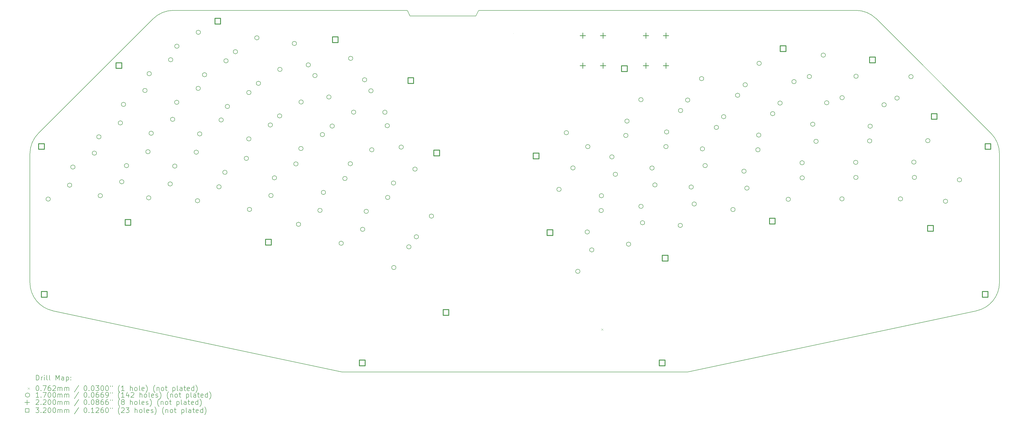
<source format=gbr>
%TF.GenerationSoftware,KiCad,Pcbnew,7.0.10-148-g62bb553460*%
%TF.CreationDate,2024-03-27T08:20:25+01:00*%
%TF.ProjectId,bandoneon,62616e64-6f6e-4656-9f6e-2e6b69636164,rev?*%
%TF.SameCoordinates,Original*%
%TF.FileFunction,Drillmap*%
%TF.FilePolarity,Positive*%
%FSLAX45Y45*%
G04 Gerber Fmt 4.5, Leading zero omitted, Abs format (unit mm)*
G04 Created by KiCad (PCBNEW 7.0.10-148-g62bb553460) date 2024-03-27 08:20:25*
%MOMM*%
%LPD*%
G01*
G04 APERTURE LIST*
%ADD10C,0.200000*%
%ADD11C,0.100000*%
%ADD12C,0.170000*%
%ADD13C,0.220000*%
%ADD14C,0.320000*%
G04 APERTURE END LIST*
D10*
X11804827Y-22300258D02*
X11804827Y-17180357D01*
X36172888Y-11478374D02*
X37127112Y-11478374D01*
X49380272Y-23425127D02*
X37910982Y-25863000D01*
X12141652Y-16367183D02*
G75*
G03*
X11804827Y-17180357I813188J-813177D01*
G01*
X29510000Y-11700000D02*
X26890000Y-11700000D01*
X12141654Y-16367184D02*
X16693637Y-11815201D01*
X24185018Y-25863000D02*
X12715728Y-23425127D01*
D11*
X31000000Y-12400000D02*
X31000000Y-12400000D01*
D10*
X37127112Y-11478374D02*
X44589190Y-11478374D01*
X17506810Y-11478373D02*
G75*
G03*
X16693637Y-11815201I0J-1149997D01*
G01*
X33672888Y-11478374D02*
X34627112Y-11478374D01*
X37910982Y-25863000D02*
X24185018Y-25863000D01*
X29620000Y-11478374D02*
X33672888Y-11478374D01*
X50291173Y-17180357D02*
X50291173Y-22300258D01*
X17506810Y-11478374D02*
X26790000Y-11478374D01*
X45402362Y-11815201D02*
X49954346Y-16367184D01*
X11804830Y-22300258D02*
G75*
G03*
X12715728Y-23425127I1150010J8D01*
G01*
X29510000Y-11700000D02*
X29620000Y-11478374D01*
X50291174Y-17180357D02*
G75*
G03*
X49954346Y-16367184I-1150004J-3D01*
G01*
X45402364Y-11815199D02*
G75*
G03*
X44589190Y-11478374I-813174J-813181D01*
G01*
X49380271Y-23425124D02*
G75*
G03*
X50291173Y-22300258I-239091J1124864D01*
G01*
X34627112Y-11478374D02*
X36172888Y-11478374D01*
X26890000Y-11700000D02*
X26790000Y-11478374D01*
D11*
X34488400Y-24134400D02*
X34564600Y-24210600D01*
X34564600Y-24134400D02*
X34488400Y-24210600D01*
D12*
X12613785Y-18983367D02*
G75*
G03*
X12443785Y-18983367I-85000J0D01*
G01*
X12443785Y-18983367D02*
G75*
G03*
X12613785Y-18983367I85000J0D01*
G01*
X13465875Y-18430013D02*
G75*
G03*
X13295875Y-18430013I-85000J0D01*
G01*
X13295875Y-18430013D02*
G75*
G03*
X13465875Y-18430013I85000J0D01*
G01*
X13595085Y-17709537D02*
G75*
G03*
X13425085Y-17709537I-85000J0D01*
G01*
X13425085Y-17709537D02*
G75*
G03*
X13595085Y-17709537I85000J0D01*
G01*
X14447175Y-17156183D02*
G75*
G03*
X14277175Y-17156183I-85000J0D01*
G01*
X14277175Y-17156183D02*
G75*
G03*
X14447175Y-17156183I85000J0D01*
G01*
X14627475Y-16507927D02*
G75*
G03*
X14457475Y-16507927I-85000J0D01*
G01*
X14457475Y-16507927D02*
G75*
G03*
X14627475Y-16507927I85000J0D01*
G01*
X14682915Y-18848627D02*
G75*
G03*
X14512915Y-18848627I-85000J0D01*
G01*
X14512915Y-18848627D02*
G75*
G03*
X14682915Y-18848627I85000J0D01*
G01*
X15479565Y-15954573D02*
G75*
G03*
X15309565Y-15954573I-85000J0D01*
G01*
X15309565Y-15954573D02*
G75*
G03*
X15479565Y-15954573I85000J0D01*
G01*
X15535005Y-18295273D02*
G75*
G03*
X15365005Y-18295273I-85000J0D01*
G01*
X15365005Y-18295273D02*
G75*
G03*
X15535005Y-18295273I85000J0D01*
G01*
X15603555Y-15218627D02*
G75*
G03*
X15433555Y-15218627I-85000J0D01*
G01*
X15433555Y-15218627D02*
G75*
G03*
X15603555Y-15218627I85000J0D01*
G01*
X15722915Y-17653357D02*
G75*
G03*
X15552915Y-17653357I-85000J0D01*
G01*
X15552915Y-17653357D02*
G75*
G03*
X15722915Y-17653357I85000J0D01*
G01*
X16455645Y-14665273D02*
G75*
G03*
X16285645Y-14665273I-85000J0D01*
G01*
X16285645Y-14665273D02*
G75*
G03*
X16455645Y-14665273I85000J0D01*
G01*
X16575005Y-17100003D02*
G75*
G03*
X16405005Y-17100003I-85000J0D01*
G01*
X16405005Y-17100003D02*
G75*
G03*
X16575005Y-17100003I85000J0D01*
G01*
X16604955Y-18934677D02*
G75*
G03*
X16434955Y-18934677I-85000J0D01*
G01*
X16434955Y-18934677D02*
G75*
G03*
X16604955Y-18934677I85000J0D01*
G01*
X16623955Y-13996677D02*
G75*
G03*
X16453955Y-13996677I-85000J0D01*
G01*
X16453955Y-13996677D02*
G75*
G03*
X16623955Y-13996677I85000J0D01*
G01*
X16702615Y-16365047D02*
G75*
G03*
X16532615Y-16365047I-85000J0D01*
G01*
X16532615Y-16365047D02*
G75*
G03*
X16702615Y-16365047I85000J0D01*
G01*
X17457045Y-18381323D02*
G75*
G03*
X17287045Y-18381323I-85000J0D01*
G01*
X17287045Y-18381323D02*
G75*
G03*
X17457045Y-18381323I85000J0D01*
G01*
X17476045Y-13443323D02*
G75*
G03*
X17306045Y-13443323I-85000J0D01*
G01*
X17306045Y-13443323D02*
G75*
G03*
X17476045Y-13443323I85000J0D01*
G01*
X17554705Y-15811693D02*
G75*
G03*
X17384705Y-15811693I-85000J0D01*
G01*
X17384705Y-15811693D02*
G75*
G03*
X17554705Y-15811693I85000J0D01*
G01*
X17639915Y-17671357D02*
G75*
G03*
X17469915Y-17671357I-85000J0D01*
G01*
X17469915Y-17671357D02*
G75*
G03*
X17639915Y-17671357I85000J0D01*
G01*
X17717555Y-15134687D02*
G75*
G03*
X17547555Y-15134687I-85000J0D01*
G01*
X17547555Y-15134687D02*
G75*
G03*
X17717555Y-15134687I85000J0D01*
G01*
X17722615Y-12905047D02*
G75*
G03*
X17552615Y-12905047I-85000J0D01*
G01*
X17552615Y-12905047D02*
G75*
G03*
X17722615Y-12905047I85000J0D01*
G01*
X18492005Y-17118003D02*
G75*
G03*
X18322005Y-17118003I-85000J0D01*
G01*
X18322005Y-17118003D02*
G75*
G03*
X18492005Y-17118003I85000J0D01*
G01*
X18542615Y-19049047D02*
G75*
G03*
X18372615Y-19049047I-85000J0D01*
G01*
X18372615Y-19049047D02*
G75*
G03*
X18542615Y-19049047I85000J0D01*
G01*
X18569645Y-14581333D02*
G75*
G03*
X18399645Y-14581333I-85000J0D01*
G01*
X18399645Y-14581333D02*
G75*
G03*
X18569645Y-14581333I85000J0D01*
G01*
X18574705Y-12351693D02*
G75*
G03*
X18404705Y-12351693I-85000J0D01*
G01*
X18404705Y-12351693D02*
G75*
G03*
X18574705Y-12351693I85000J0D01*
G01*
X18628615Y-16391047D02*
G75*
G03*
X18458615Y-16391047I-85000J0D01*
G01*
X18458615Y-16391047D02*
G75*
G03*
X18628615Y-16391047I85000J0D01*
G01*
X18821095Y-14039397D02*
G75*
G03*
X18651095Y-14039397I-85000J0D01*
G01*
X18651095Y-14039397D02*
G75*
G03*
X18821095Y-14039397I85000J0D01*
G01*
X19394705Y-18495693D02*
G75*
G03*
X19224705Y-18495693I-85000J0D01*
G01*
X19224705Y-18495693D02*
G75*
G03*
X19394705Y-18495693I85000J0D01*
G01*
X19480705Y-15837693D02*
G75*
G03*
X19310705Y-15837693I-85000J0D01*
G01*
X19310705Y-15837693D02*
G75*
G03*
X19480705Y-15837693I85000J0D01*
G01*
X19628915Y-17918357D02*
G75*
G03*
X19458915Y-17918357I-85000J0D01*
G01*
X19458915Y-17918357D02*
G75*
G03*
X19628915Y-17918357I85000J0D01*
G01*
X19673185Y-13486043D02*
G75*
G03*
X19503185Y-13486043I-85000J0D01*
G01*
X19503185Y-13486043D02*
G75*
G03*
X19673185Y-13486043I85000J0D01*
G01*
X19728885Y-15300047D02*
G75*
G03*
X19558885Y-15300047I-85000J0D01*
G01*
X19558885Y-15300047D02*
G75*
G03*
X19728885Y-15300047I85000J0D01*
G01*
X20046095Y-13124397D02*
G75*
G03*
X19876095Y-13124397I-85000J0D01*
G01*
X19876095Y-13124397D02*
G75*
G03*
X20046095Y-13124397I85000J0D01*
G01*
X20481005Y-17365003D02*
G75*
G03*
X20311005Y-17365003I-85000J0D01*
G01*
X20311005Y-17365003D02*
G75*
G03*
X20481005Y-17365003I85000J0D01*
G01*
X20579995Y-16589997D02*
G75*
G03*
X20409995Y-16589997I-85000J0D01*
G01*
X20409995Y-16589997D02*
G75*
G03*
X20579995Y-16589997I85000J0D01*
G01*
X20580975Y-14746693D02*
G75*
G03*
X20410975Y-14746693I-85000J0D01*
G01*
X20410975Y-14746693D02*
G75*
G03*
X20580975Y-14746693I85000J0D01*
G01*
X20604995Y-19394997D02*
G75*
G03*
X20434995Y-19394997I-85000J0D01*
G01*
X20434995Y-19394997D02*
G75*
G03*
X20604995Y-19394997I85000J0D01*
G01*
X20898185Y-12571043D02*
G75*
G03*
X20728185Y-12571043I-85000J0D01*
G01*
X20728185Y-12571043D02*
G75*
G03*
X20898185Y-12571043I85000J0D01*
G01*
X20960235Y-14380397D02*
G75*
G03*
X20790235Y-14380397I-85000J0D01*
G01*
X20790235Y-14380397D02*
G75*
G03*
X20960235Y-14380397I85000J0D01*
G01*
X21432085Y-16036643D02*
G75*
G03*
X21262085Y-16036643I-85000J0D01*
G01*
X21262085Y-16036643D02*
G75*
G03*
X21432085Y-16036643I85000J0D01*
G01*
X21457085Y-18841643D02*
G75*
G03*
X21287085Y-18841643I-85000J0D01*
G01*
X21287085Y-18841643D02*
G75*
G03*
X21457085Y-18841643I85000J0D01*
G01*
X21595765Y-18138347D02*
G75*
G03*
X21425765Y-18138347I-85000J0D01*
G01*
X21425765Y-18138347D02*
G75*
G03*
X21595765Y-18138347I85000J0D01*
G01*
X21802125Y-15676447D02*
G75*
G03*
X21632125Y-15676447I-85000J0D01*
G01*
X21632125Y-15676447D02*
G75*
G03*
X21802125Y-15676447I85000J0D01*
G01*
X21812325Y-13827043D02*
G75*
G03*
X21642325Y-13827043I-85000J0D01*
G01*
X21642325Y-13827043D02*
G75*
G03*
X21812325Y-13827043I85000J0D01*
G01*
X22386223Y-12795755D02*
G75*
G03*
X22216223Y-12795755I-85000J0D01*
G01*
X22216223Y-12795755D02*
G75*
G03*
X22386223Y-12795755I85000J0D01*
G01*
X22447855Y-17584993D02*
G75*
G03*
X22277855Y-17584993I-85000J0D01*
G01*
X22277855Y-17584993D02*
G75*
G03*
X22447855Y-17584993I85000J0D01*
G01*
X22550915Y-19986357D02*
G75*
G03*
X22380915Y-19986357I-85000J0D01*
G01*
X22380915Y-19986357D02*
G75*
G03*
X22550915Y-19986357I85000J0D01*
G01*
X22647615Y-16972547D02*
G75*
G03*
X22477615Y-16972547I-85000J0D01*
G01*
X22477615Y-16972547D02*
G75*
G03*
X22647615Y-16972547I85000J0D01*
G01*
X22654215Y-15123093D02*
G75*
G03*
X22484215Y-15123093I-85000J0D01*
G01*
X22484215Y-15123093D02*
G75*
G03*
X22654215Y-15123093I85000J0D01*
G01*
X22939577Y-13647845D02*
G75*
G03*
X22769577Y-13647845I-85000J0D01*
G01*
X22769577Y-13647845D02*
G75*
G03*
X22939577Y-13647845I85000J0D01*
G01*
X23204243Y-14072575D02*
G75*
G03*
X23034243Y-14072575I-85000J0D01*
G01*
X23034243Y-14072575D02*
G75*
G03*
X23204243Y-14072575I85000J0D01*
G01*
X23403005Y-19433003D02*
G75*
G03*
X23233005Y-19433003I-85000J0D01*
G01*
X23233005Y-19433003D02*
G75*
G03*
X23403005Y-19433003I85000J0D01*
G01*
X23499705Y-16419193D02*
G75*
G03*
X23329705Y-16419193I-85000J0D01*
G01*
X23329705Y-16419193D02*
G75*
G03*
X23499705Y-16419193I85000J0D01*
G01*
X23540645Y-18718697D02*
G75*
G03*
X23370645Y-18718697I-85000J0D01*
G01*
X23370645Y-18718697D02*
G75*
G03*
X23540645Y-18718697I85000J0D01*
G01*
X23757597Y-14924665D02*
G75*
G03*
X23587597Y-14924665I-85000J0D01*
G01*
X23587597Y-14924665D02*
G75*
G03*
X23757597Y-14924665I85000J0D01*
G01*
X23887615Y-16080047D02*
G75*
G03*
X23717615Y-16080047I-85000J0D01*
G01*
X23717615Y-16080047D02*
G75*
G03*
X23887615Y-16080047I85000J0D01*
G01*
X24244615Y-20739047D02*
G75*
G03*
X24074615Y-20739047I-85000J0D01*
G01*
X24074615Y-20739047D02*
G75*
G03*
X24244615Y-20739047I85000J0D01*
G01*
X24392735Y-18165343D02*
G75*
G03*
X24222735Y-18165343I-85000J0D01*
G01*
X24222735Y-18165343D02*
G75*
G03*
X24392735Y-18165343I85000J0D01*
G01*
X24607495Y-17577497D02*
G75*
G03*
X24437495Y-17577497I-85000J0D01*
G01*
X24437495Y-17577497D02*
G75*
G03*
X24607495Y-17577497I85000J0D01*
G01*
X24621643Y-13387915D02*
G75*
G03*
X24451643Y-13387915I-85000J0D01*
G01*
X24451643Y-13387915D02*
G75*
G03*
X24621643Y-13387915I85000J0D01*
G01*
X24739705Y-15526693D02*
G75*
G03*
X24569705Y-15526693I-85000J0D01*
G01*
X24569705Y-15526693D02*
G75*
G03*
X24739705Y-15526693I85000J0D01*
G01*
X25096705Y-20185693D02*
G75*
G03*
X24926705Y-20185693I-85000J0D01*
G01*
X24926705Y-20185693D02*
G75*
G03*
X25096705Y-20185693I85000J0D01*
G01*
X25174997Y-14240005D02*
G75*
G03*
X25004997Y-14240005I-85000J0D01*
G01*
X25004997Y-14240005D02*
G75*
G03*
X25174997Y-14240005I85000J0D01*
G01*
X25239615Y-19471047D02*
G75*
G03*
X25069615Y-19471047I-85000J0D01*
G01*
X25069615Y-19471047D02*
G75*
G03*
X25239615Y-19471047I85000J0D01*
G01*
X25426643Y-14677915D02*
G75*
G03*
X25256643Y-14677915I-85000J0D01*
G01*
X25256643Y-14677915D02*
G75*
G03*
X25426643Y-14677915I85000J0D01*
G01*
X25459585Y-17024143D02*
G75*
G03*
X25289585Y-17024143I-85000J0D01*
G01*
X25289585Y-17024143D02*
G75*
G03*
X25459585Y-17024143I85000J0D01*
G01*
X25979997Y-15530005D02*
G75*
G03*
X25809997Y-15530005I-85000J0D01*
G01*
X25809997Y-15530005D02*
G75*
G03*
X25979997Y-15530005I85000J0D01*
G01*
X26074043Y-16064705D02*
G75*
G03*
X25904043Y-16064705I-85000J0D01*
G01*
X25904043Y-16064705D02*
G75*
G03*
X26074043Y-16064705I85000J0D01*
G01*
X26091705Y-18917693D02*
G75*
G03*
X25921705Y-18917693I-85000J0D01*
G01*
X25921705Y-18917693D02*
G75*
G03*
X26091705Y-18917693I85000J0D01*
G01*
X26322615Y-18345047D02*
G75*
G03*
X26152615Y-18345047I-85000J0D01*
G01*
X26152615Y-18345047D02*
G75*
G03*
X26322615Y-18345047I85000J0D01*
G01*
X26334545Y-21704881D02*
G75*
G03*
X26164545Y-21704881I-85000J0D01*
G01*
X26164545Y-21704881D02*
G75*
G03*
X26334545Y-21704881I85000J0D01*
G01*
X26627397Y-16916795D02*
G75*
G03*
X26457397Y-16916795I-85000J0D01*
G01*
X26457397Y-16916795D02*
G75*
G03*
X26627397Y-16916795I85000J0D01*
G01*
X26931735Y-20882919D02*
G75*
G03*
X26761735Y-20882919I-85000J0D01*
G01*
X26761735Y-20882919D02*
G75*
G03*
X26931735Y-20882919I85000J0D01*
G01*
X27174705Y-17791693D02*
G75*
G03*
X27004705Y-17791693I-85000J0D01*
G01*
X27004705Y-17791693D02*
G75*
G03*
X27174705Y-17791693I85000J0D01*
G01*
X27229995Y-20482501D02*
G75*
G03*
X27059995Y-20482501I-85000J0D01*
G01*
X27059995Y-20482501D02*
G75*
G03*
X27229995Y-20482501I85000J0D01*
G01*
X27827185Y-19660539D02*
G75*
G03*
X27657185Y-19660539I-85000J0D01*
G01*
X27657185Y-19660539D02*
G75*
G03*
X27827185Y-19660539I85000J0D01*
G01*
X32891643Y-18597085D02*
G75*
G03*
X32721643Y-18597085I-85000J0D01*
G01*
X32721643Y-18597085D02*
G75*
G03*
X32891643Y-18597085I85000J0D01*
G01*
X33182915Y-16344143D02*
G75*
G03*
X33012915Y-16344143I-85000J0D01*
G01*
X33012915Y-16344143D02*
G75*
G03*
X33182915Y-16344143I85000J0D01*
G01*
X33444997Y-17744995D02*
G75*
G03*
X33274997Y-17744995I-85000J0D01*
G01*
X33274997Y-17744995D02*
G75*
G03*
X33444997Y-17744995I85000J0D01*
G01*
X33638853Y-21856495D02*
G75*
G03*
X33468853Y-21856495I-85000J0D01*
G01*
X33468853Y-21856495D02*
G75*
G03*
X33638853Y-21856495I85000J0D01*
G01*
X34012343Y-20291085D02*
G75*
G03*
X33842343Y-20291085I-85000J0D01*
G01*
X33842343Y-20291085D02*
G75*
G03*
X34012343Y-20291085I85000J0D01*
G01*
X34035005Y-16897497D02*
G75*
G03*
X33865005Y-16897497I-85000J0D01*
G01*
X33865005Y-16897497D02*
G75*
G03*
X34035005Y-16897497I85000J0D01*
G01*
X34192207Y-21004405D02*
G75*
G03*
X34022207Y-21004405I-85000J0D01*
G01*
X34022207Y-21004405D02*
G75*
G03*
X34192207Y-21004405I85000J0D01*
G01*
X34565697Y-19438995D02*
G75*
G03*
X34395697Y-19438995I-85000J0D01*
G01*
X34395697Y-19438995D02*
G75*
G03*
X34565697Y-19438995I85000J0D01*
G01*
X34575563Y-18849695D02*
G75*
G03*
X34405563Y-18849695I-85000J0D01*
G01*
X34405563Y-18849695D02*
G75*
G03*
X34575563Y-18849695I85000J0D01*
G01*
X34991373Y-17305445D02*
G75*
G03*
X34821373Y-17305445I-85000J0D01*
G01*
X34821373Y-17305445D02*
G75*
G03*
X34991373Y-17305445I85000J0D01*
G01*
X35128917Y-17997605D02*
G75*
G03*
X34958917Y-17997605I-85000J0D01*
G01*
X34958917Y-17997605D02*
G75*
G03*
X35128917Y-17997605I85000J0D01*
G01*
X35544727Y-16453355D02*
G75*
G03*
X35374727Y-16453355I-85000J0D01*
G01*
X35374727Y-16453355D02*
G75*
G03*
X35544727Y-16453355I85000J0D01*
G01*
X35590603Y-15882905D02*
G75*
G03*
X35420603Y-15882905I-85000J0D01*
G01*
X35420603Y-15882905D02*
G75*
G03*
X35590603Y-15882905I85000J0D01*
G01*
X35653693Y-20776515D02*
G75*
G03*
X35483693Y-20776515I-85000J0D01*
G01*
X35483693Y-20776515D02*
G75*
G03*
X35653693Y-20776515I85000J0D01*
G01*
X36143957Y-15030815D02*
G75*
G03*
X35973957Y-15030815I-85000J0D01*
G01*
X35973957Y-15030815D02*
G75*
G03*
X36143957Y-15030815I85000J0D01*
G01*
X36145773Y-19272465D02*
G75*
G03*
X35975773Y-19272465I-85000J0D01*
G01*
X35975773Y-19272465D02*
G75*
G03*
X36145773Y-19272465I85000J0D01*
G01*
X36207047Y-19924425D02*
G75*
G03*
X36037047Y-19924425I-85000J0D01*
G01*
X36037047Y-19924425D02*
G75*
G03*
X36207047Y-19924425I85000J0D01*
G01*
X36583523Y-17748855D02*
G75*
G03*
X36413523Y-17748855I-85000J0D01*
G01*
X36413523Y-17748855D02*
G75*
G03*
X36583523Y-17748855I85000J0D01*
G01*
X36699127Y-18420375D02*
G75*
G03*
X36529127Y-18420375I-85000J0D01*
G01*
X36529127Y-18420375D02*
G75*
G03*
X36699127Y-18420375I85000J0D01*
G01*
X37136877Y-16896765D02*
G75*
G03*
X36966877Y-16896765I-85000J0D01*
G01*
X36966877Y-16896765D02*
G75*
G03*
X37136877Y-16896765I85000J0D01*
G01*
X37164143Y-16314585D02*
G75*
G03*
X36994143Y-16314585I-85000J0D01*
G01*
X36994143Y-16314585D02*
G75*
G03*
X37164143Y-16314585I85000J0D01*
G01*
X37705313Y-20030365D02*
G75*
G03*
X37535313Y-20030365I-85000J0D01*
G01*
X37535313Y-20030365D02*
G75*
G03*
X37705313Y-20030365I85000J0D01*
G01*
X37717497Y-15462495D02*
G75*
G03*
X37547497Y-15462495I-85000J0D01*
G01*
X37547497Y-15462495D02*
G75*
G03*
X37717497Y-15462495I85000J0D01*
G01*
X37999283Y-15045555D02*
G75*
G03*
X37829283Y-15045555I-85000J0D01*
G01*
X37829283Y-15045555D02*
G75*
G03*
X37999283Y-15045555I85000J0D01*
G01*
X38138603Y-18503905D02*
G75*
G03*
X37968603Y-18503905I-85000J0D01*
G01*
X37968603Y-18503905D02*
G75*
G03*
X38138603Y-18503905I85000J0D01*
G01*
X38258667Y-19178275D02*
G75*
G03*
X38088667Y-19178275I-85000J0D01*
G01*
X38088667Y-19178275D02*
G75*
G03*
X38258667Y-19178275I85000J0D01*
G01*
X38552637Y-14193465D02*
G75*
G03*
X38382637Y-14193465I-85000J0D01*
G01*
X38382637Y-14193465D02*
G75*
G03*
X38552637Y-14193465I85000J0D01*
G01*
X38585553Y-16986075D02*
G75*
G03*
X38415553Y-16986075I-85000J0D01*
G01*
X38415553Y-16986075D02*
G75*
G03*
X38585553Y-16986075I85000J0D01*
G01*
X38691957Y-17651815D02*
G75*
G03*
X38521957Y-17651815I-85000J0D01*
G01*
X38521957Y-17651815D02*
G75*
G03*
X38691957Y-17651815I85000J0D01*
G01*
X39138907Y-16133985D02*
G75*
G03*
X38968907Y-16133985I-85000J0D01*
G01*
X38968907Y-16133985D02*
G75*
G03*
X39138907Y-16133985I85000J0D01*
G01*
X39427503Y-15707505D02*
G75*
G03*
X39257503Y-15707505I-85000J0D01*
G01*
X39257503Y-15707505D02*
G75*
G03*
X39427503Y-15707505I85000J0D01*
G01*
X39797883Y-19398895D02*
G75*
G03*
X39627883Y-19398895I-85000J0D01*
G01*
X39627883Y-19398895D02*
G75*
G03*
X39797883Y-19398895I85000J0D01*
G01*
X39980857Y-14855415D02*
G75*
G03*
X39810857Y-14855415I-85000J0D01*
G01*
X39810857Y-14855415D02*
G75*
G03*
X39980857Y-14855415I85000J0D01*
G01*
X40234433Y-17874525D02*
G75*
G03*
X40064433Y-17874525I-85000J0D01*
G01*
X40064433Y-17874525D02*
G75*
G03*
X40234433Y-17874525I85000J0D01*
G01*
X40282763Y-14437505D02*
G75*
G03*
X40112763Y-14437505I-85000J0D01*
G01*
X40112763Y-14437505D02*
G75*
G03*
X40282763Y-14437505I85000J0D01*
G01*
X40351237Y-18546805D02*
G75*
G03*
X40181237Y-18546805I-85000J0D01*
G01*
X40181237Y-18546805D02*
G75*
G03*
X40351237Y-18546805I85000J0D01*
G01*
X40787787Y-17022435D02*
G75*
G03*
X40617787Y-17022435I-85000J0D01*
G01*
X40617787Y-17022435D02*
G75*
G03*
X40787787Y-17022435I85000J0D01*
G01*
X40820603Y-16438905D02*
G75*
G03*
X40650603Y-16438905I-85000J0D01*
G01*
X40650603Y-16438905D02*
G75*
G03*
X40820603Y-16438905I85000J0D01*
G01*
X40836117Y-13585415D02*
G75*
G03*
X40666117Y-13585415I-85000J0D01*
G01*
X40666117Y-13585415D02*
G75*
G03*
X40836117Y-13585415I85000J0D01*
G01*
X41373957Y-15586815D02*
G75*
G03*
X41203957Y-15586815I-85000J0D01*
G01*
X41203957Y-15586815D02*
G75*
G03*
X41373957Y-15586815I85000J0D01*
G01*
X41666513Y-15165585D02*
G75*
G03*
X41496513Y-15165585I-85000J0D01*
G01*
X41496513Y-15165585D02*
G75*
G03*
X41666513Y-15165585I85000J0D01*
G01*
X41992493Y-18991775D02*
G75*
G03*
X41822493Y-18991775I-85000J0D01*
G01*
X41822493Y-18991775D02*
G75*
G03*
X41992493Y-18991775I85000J0D01*
G01*
X42219867Y-14313495D02*
G75*
G03*
X42049867Y-14313495I-85000J0D01*
G01*
X42049867Y-14313495D02*
G75*
G03*
X42219867Y-14313495I85000J0D01*
G01*
X42541643Y-17539585D02*
G75*
G03*
X42371643Y-17539585I-85000J0D01*
G01*
X42371643Y-17539585D02*
G75*
G03*
X42541643Y-17539585I85000J0D01*
G01*
X42545847Y-18139685D02*
G75*
G03*
X42375847Y-18139685I-85000J0D01*
G01*
X42375847Y-18139685D02*
G75*
G03*
X42545847Y-18139685I85000J0D01*
G01*
X42829603Y-14110905D02*
G75*
G03*
X42659603Y-14110905I-85000J0D01*
G01*
X42659603Y-14110905D02*
G75*
G03*
X42829603Y-14110905I85000J0D01*
G01*
X42964603Y-16005905D02*
G75*
G03*
X42794603Y-16005905I-85000J0D01*
G01*
X42794603Y-16005905D02*
G75*
G03*
X42964603Y-16005905I85000J0D01*
G01*
X43094997Y-16687495D02*
G75*
G03*
X42924997Y-16687495I-85000J0D01*
G01*
X42924997Y-16687495D02*
G75*
G03*
X43094997Y-16687495I85000J0D01*
G01*
X43382957Y-13258815D02*
G75*
G03*
X43212957Y-13258815I-85000J0D01*
G01*
X43212957Y-13258815D02*
G75*
G03*
X43382957Y-13258815I85000J0D01*
G01*
X43517957Y-15153815D02*
G75*
G03*
X43347957Y-15153815I-85000J0D01*
G01*
X43347957Y-15153815D02*
G75*
G03*
X43517957Y-15153815I85000J0D01*
G01*
X44123603Y-18974995D02*
G75*
G03*
X43953603Y-18974995I-85000J0D01*
G01*
X43953603Y-18974995D02*
G75*
G03*
X44123603Y-18974995I85000J0D01*
G01*
X44129373Y-14951445D02*
G75*
G03*
X43959373Y-14951445I-85000J0D01*
G01*
X43959373Y-14951445D02*
G75*
G03*
X44129373Y-14951445I85000J0D01*
G01*
X44670093Y-17522755D02*
G75*
G03*
X44500093Y-17522755I-85000J0D01*
G01*
X44500093Y-17522755D02*
G75*
G03*
X44670093Y-17522755I85000J0D01*
G01*
X44676957Y-18122905D02*
G75*
G03*
X44506957Y-18122905I-85000J0D01*
G01*
X44506957Y-18122905D02*
G75*
G03*
X44676957Y-18122905I85000J0D01*
G01*
X44682727Y-14099355D02*
G75*
G03*
X44512727Y-14099355I-85000J0D01*
G01*
X44512727Y-14099355D02*
G75*
G03*
X44682727Y-14099355I85000J0D01*
G01*
X45223447Y-16670665D02*
G75*
G03*
X45053447Y-16670665I-85000J0D01*
G01*
X45053447Y-16670665D02*
G75*
G03*
X45223447Y-16670665I85000J0D01*
G01*
X45243003Y-16085005D02*
G75*
G03*
X45073003Y-16085005I-85000J0D01*
G01*
X45073003Y-16085005D02*
G75*
G03*
X45243003Y-16085005I85000J0D01*
G01*
X45796357Y-15232915D02*
G75*
G03*
X45626357Y-15232915I-85000J0D01*
G01*
X45626357Y-15232915D02*
G75*
G03*
X45796357Y-15232915I85000J0D01*
G01*
X46310003Y-14966905D02*
G75*
G03*
X46140003Y-14966905I-85000J0D01*
G01*
X46140003Y-14966905D02*
G75*
G03*
X46310003Y-14966905I85000J0D01*
G01*
X46446773Y-18974585D02*
G75*
G03*
X46276773Y-18974585I-85000J0D01*
G01*
X46276773Y-18974585D02*
G75*
G03*
X46446773Y-18974585I85000J0D01*
G01*
X46863357Y-14114815D02*
G75*
G03*
X46693357Y-14114815I-85000J0D01*
G01*
X46693357Y-14114815D02*
G75*
G03*
X46863357Y-14114815I85000J0D01*
G01*
X46978423Y-17512595D02*
G75*
G03*
X46808423Y-17512595I-85000J0D01*
G01*
X46808423Y-17512595D02*
G75*
G03*
X46978423Y-17512595I85000J0D01*
G01*
X47000127Y-18122495D02*
G75*
G03*
X46830127Y-18122495I-85000J0D01*
G01*
X46830127Y-18122495D02*
G75*
G03*
X47000127Y-18122495I85000J0D01*
G01*
X47531777Y-16660505D02*
G75*
G03*
X47361777Y-16660505I-85000J0D01*
G01*
X47361777Y-16660505D02*
G75*
G03*
X47531777Y-16660505I85000J0D01*
G01*
X48234003Y-19069935D02*
G75*
G03*
X48064003Y-19069935I-85000J0D01*
G01*
X48064003Y-19069935D02*
G75*
G03*
X48234003Y-19069935I85000J0D01*
G01*
X48787357Y-18217845D02*
G75*
G03*
X48617357Y-18217845I-85000J0D01*
G01*
X48617357Y-18217845D02*
G75*
G03*
X48787357Y-18217845I85000J0D01*
G01*
D13*
X33750000Y-12368000D02*
X33750000Y-12588000D01*
X33640000Y-12478000D02*
X33860000Y-12478000D01*
X33750000Y-13568000D02*
X33750000Y-13788000D01*
X33640000Y-13678000D02*
X33860000Y-13678000D01*
X34550000Y-12368000D02*
X34550000Y-12588000D01*
X34440000Y-12478000D02*
X34660000Y-12478000D01*
X34550000Y-13568000D02*
X34550000Y-13788000D01*
X34440000Y-13678000D02*
X34660000Y-13678000D01*
X36250000Y-12368000D02*
X36250000Y-12588000D01*
X36140000Y-12478000D02*
X36360000Y-12478000D01*
X36250000Y-13568000D02*
X36250000Y-13788000D01*
X36140000Y-13678000D02*
X36360000Y-13678000D01*
X37050000Y-12368000D02*
X37050000Y-12588000D01*
X36940000Y-12478000D02*
X37160000Y-12478000D01*
X37050000Y-13568000D02*
X37050000Y-13788000D01*
X36940000Y-13678000D02*
X37160000Y-13678000D01*
D14*
X12375038Y-17006438D02*
X12375038Y-16780162D01*
X12148762Y-16780162D01*
X12148762Y-17006438D01*
X12375038Y-17006438D01*
X12485138Y-22885338D02*
X12485138Y-22659062D01*
X12258862Y-22659062D01*
X12258862Y-22885338D01*
X12485138Y-22885338D01*
X15448637Y-13788850D02*
X15448637Y-13562573D01*
X15222360Y-13562573D01*
X15222360Y-13788850D01*
X15448637Y-13788850D01*
X15810338Y-20026738D02*
X15810338Y-19800462D01*
X15584062Y-19800462D01*
X15584062Y-20026738D01*
X15810338Y-20026738D01*
X19373529Y-12022122D02*
X19373529Y-11795846D01*
X19147253Y-11795846D01*
X19147253Y-12022122D01*
X19373529Y-12022122D01*
X21385638Y-20814138D02*
X21385638Y-20587862D01*
X21159362Y-20587862D01*
X21159362Y-20814138D01*
X21385638Y-20814138D01*
X24039938Y-12762338D02*
X24039938Y-12536062D01*
X23813662Y-12536062D01*
X23813662Y-12762338D01*
X24039938Y-12762338D01*
X25113138Y-25613138D02*
X25113138Y-25386862D01*
X24886862Y-25386862D01*
X24886862Y-25613138D01*
X25113138Y-25613138D01*
X27037138Y-14387938D02*
X27037138Y-14161662D01*
X26810862Y-14161662D01*
X26810862Y-14387938D01*
X27037138Y-14387938D01*
X28063138Y-17263138D02*
X28063138Y-17036862D01*
X27836862Y-17036862D01*
X27836862Y-17263138D01*
X28063138Y-17263138D01*
X28434138Y-23608138D02*
X28434138Y-23381862D01*
X28207862Y-23381862D01*
X28207862Y-23608138D01*
X28434138Y-23608138D01*
X32013138Y-17385138D02*
X32013138Y-17158862D01*
X31786862Y-17158862D01*
X31786862Y-17385138D01*
X32013138Y-17385138D01*
X32561638Y-20433138D02*
X32561638Y-20206862D01*
X32335362Y-20206862D01*
X32335362Y-20433138D01*
X32561638Y-20433138D01*
X35513138Y-13913138D02*
X35513138Y-13686862D01*
X35286862Y-13686862D01*
X35286862Y-13913138D01*
X35513138Y-13913138D01*
X37013138Y-25613138D02*
X37013138Y-25386862D01*
X36786862Y-25386862D01*
X36786862Y-25613138D01*
X37013138Y-25613138D01*
X37133638Y-21449138D02*
X37133638Y-21222862D01*
X36907362Y-21222862D01*
X36907362Y-21449138D01*
X37133638Y-21449138D01*
X41388138Y-19975938D02*
X41388138Y-19749662D01*
X41161862Y-19749662D01*
X41161862Y-19975938D01*
X41388138Y-19975938D01*
X41813138Y-13113138D02*
X41813138Y-12886862D01*
X41586862Y-12886862D01*
X41586862Y-13113138D01*
X41813138Y-13113138D01*
X45363138Y-13563138D02*
X45363138Y-13336862D01*
X45136862Y-13336862D01*
X45136862Y-13563138D01*
X45363138Y-13563138D01*
X47663138Y-20263138D02*
X47663138Y-20036862D01*
X47436862Y-20036862D01*
X47436862Y-20263138D01*
X47663138Y-20263138D01*
X47813138Y-15813138D02*
X47813138Y-15586862D01*
X47586862Y-15586862D01*
X47586862Y-15813138D01*
X47813138Y-15813138D01*
X49837138Y-22885338D02*
X49837138Y-22659062D01*
X49610862Y-22659062D01*
X49610862Y-22885338D01*
X49837138Y-22885338D01*
X49947238Y-17006438D02*
X49947238Y-16780162D01*
X49720962Y-16780162D01*
X49720962Y-17006438D01*
X49947238Y-17006438D01*
D10*
X12055603Y-26184484D02*
X12055603Y-25984484D01*
X12055603Y-25984484D02*
X12103222Y-25984484D01*
X12103222Y-25984484D02*
X12131794Y-25994008D01*
X12131794Y-25994008D02*
X12150842Y-26013055D01*
X12150842Y-26013055D02*
X12160365Y-26032103D01*
X12160365Y-26032103D02*
X12169889Y-26070198D01*
X12169889Y-26070198D02*
X12169889Y-26098769D01*
X12169889Y-26098769D02*
X12160365Y-26136865D01*
X12160365Y-26136865D02*
X12150842Y-26155912D01*
X12150842Y-26155912D02*
X12131794Y-26174960D01*
X12131794Y-26174960D02*
X12103222Y-26184484D01*
X12103222Y-26184484D02*
X12055603Y-26184484D01*
X12255603Y-26184484D02*
X12255603Y-26051150D01*
X12255603Y-26089246D02*
X12265127Y-26070198D01*
X12265127Y-26070198D02*
X12274651Y-26060674D01*
X12274651Y-26060674D02*
X12293699Y-26051150D01*
X12293699Y-26051150D02*
X12312746Y-26051150D01*
X12379413Y-26184484D02*
X12379413Y-26051150D01*
X12379413Y-25984484D02*
X12369889Y-25994008D01*
X12369889Y-25994008D02*
X12379413Y-26003531D01*
X12379413Y-26003531D02*
X12388937Y-25994008D01*
X12388937Y-25994008D02*
X12379413Y-25984484D01*
X12379413Y-25984484D02*
X12379413Y-26003531D01*
X12503222Y-26184484D02*
X12484175Y-26174960D01*
X12484175Y-26174960D02*
X12474651Y-26155912D01*
X12474651Y-26155912D02*
X12474651Y-25984484D01*
X12607984Y-26184484D02*
X12588937Y-26174960D01*
X12588937Y-26174960D02*
X12579413Y-26155912D01*
X12579413Y-26155912D02*
X12579413Y-25984484D01*
X12836556Y-26184484D02*
X12836556Y-25984484D01*
X12836556Y-25984484D02*
X12903223Y-26127341D01*
X12903223Y-26127341D02*
X12969889Y-25984484D01*
X12969889Y-25984484D02*
X12969889Y-26184484D01*
X13150842Y-26184484D02*
X13150842Y-26079722D01*
X13150842Y-26079722D02*
X13141318Y-26060674D01*
X13141318Y-26060674D02*
X13122270Y-26051150D01*
X13122270Y-26051150D02*
X13084175Y-26051150D01*
X13084175Y-26051150D02*
X13065127Y-26060674D01*
X13150842Y-26174960D02*
X13131794Y-26184484D01*
X13131794Y-26184484D02*
X13084175Y-26184484D01*
X13084175Y-26184484D02*
X13065127Y-26174960D01*
X13065127Y-26174960D02*
X13055603Y-26155912D01*
X13055603Y-26155912D02*
X13055603Y-26136865D01*
X13055603Y-26136865D02*
X13065127Y-26117817D01*
X13065127Y-26117817D02*
X13084175Y-26108293D01*
X13084175Y-26108293D02*
X13131794Y-26108293D01*
X13131794Y-26108293D02*
X13150842Y-26098769D01*
X13246080Y-26051150D02*
X13246080Y-26251150D01*
X13246080Y-26060674D02*
X13265127Y-26051150D01*
X13265127Y-26051150D02*
X13303223Y-26051150D01*
X13303223Y-26051150D02*
X13322270Y-26060674D01*
X13322270Y-26060674D02*
X13331794Y-26070198D01*
X13331794Y-26070198D02*
X13341318Y-26089246D01*
X13341318Y-26089246D02*
X13341318Y-26146388D01*
X13341318Y-26146388D02*
X13331794Y-26165436D01*
X13331794Y-26165436D02*
X13322270Y-26174960D01*
X13322270Y-26174960D02*
X13303223Y-26184484D01*
X13303223Y-26184484D02*
X13265127Y-26184484D01*
X13265127Y-26184484D02*
X13246080Y-26174960D01*
X13427032Y-26165436D02*
X13436556Y-26174960D01*
X13436556Y-26174960D02*
X13427032Y-26184484D01*
X13427032Y-26184484D02*
X13417508Y-26174960D01*
X13417508Y-26174960D02*
X13427032Y-26165436D01*
X13427032Y-26165436D02*
X13427032Y-26184484D01*
X13427032Y-26060674D02*
X13436556Y-26070198D01*
X13436556Y-26070198D02*
X13427032Y-26079722D01*
X13427032Y-26079722D02*
X13417508Y-26070198D01*
X13417508Y-26070198D02*
X13427032Y-26060674D01*
X13427032Y-26060674D02*
X13427032Y-26079722D01*
D11*
X11718627Y-26474900D02*
X11794827Y-26551100D01*
X11794827Y-26474900D02*
X11718627Y-26551100D01*
D10*
X12093699Y-26404484D02*
X12112746Y-26404484D01*
X12112746Y-26404484D02*
X12131794Y-26414008D01*
X12131794Y-26414008D02*
X12141318Y-26423531D01*
X12141318Y-26423531D02*
X12150842Y-26442579D01*
X12150842Y-26442579D02*
X12160365Y-26480674D01*
X12160365Y-26480674D02*
X12160365Y-26528293D01*
X12160365Y-26528293D02*
X12150842Y-26566388D01*
X12150842Y-26566388D02*
X12141318Y-26585436D01*
X12141318Y-26585436D02*
X12131794Y-26594960D01*
X12131794Y-26594960D02*
X12112746Y-26604484D01*
X12112746Y-26604484D02*
X12093699Y-26604484D01*
X12093699Y-26604484D02*
X12074651Y-26594960D01*
X12074651Y-26594960D02*
X12065127Y-26585436D01*
X12065127Y-26585436D02*
X12055603Y-26566388D01*
X12055603Y-26566388D02*
X12046080Y-26528293D01*
X12046080Y-26528293D02*
X12046080Y-26480674D01*
X12046080Y-26480674D02*
X12055603Y-26442579D01*
X12055603Y-26442579D02*
X12065127Y-26423531D01*
X12065127Y-26423531D02*
X12074651Y-26414008D01*
X12074651Y-26414008D02*
X12093699Y-26404484D01*
X12246080Y-26585436D02*
X12255603Y-26594960D01*
X12255603Y-26594960D02*
X12246080Y-26604484D01*
X12246080Y-26604484D02*
X12236556Y-26594960D01*
X12236556Y-26594960D02*
X12246080Y-26585436D01*
X12246080Y-26585436D02*
X12246080Y-26604484D01*
X12322270Y-26404484D02*
X12455603Y-26404484D01*
X12455603Y-26404484D02*
X12369889Y-26604484D01*
X12617508Y-26404484D02*
X12579413Y-26404484D01*
X12579413Y-26404484D02*
X12560365Y-26414008D01*
X12560365Y-26414008D02*
X12550842Y-26423531D01*
X12550842Y-26423531D02*
X12531794Y-26452103D01*
X12531794Y-26452103D02*
X12522270Y-26490198D01*
X12522270Y-26490198D02*
X12522270Y-26566388D01*
X12522270Y-26566388D02*
X12531794Y-26585436D01*
X12531794Y-26585436D02*
X12541318Y-26594960D01*
X12541318Y-26594960D02*
X12560365Y-26604484D01*
X12560365Y-26604484D02*
X12598461Y-26604484D01*
X12598461Y-26604484D02*
X12617508Y-26594960D01*
X12617508Y-26594960D02*
X12627032Y-26585436D01*
X12627032Y-26585436D02*
X12636556Y-26566388D01*
X12636556Y-26566388D02*
X12636556Y-26518769D01*
X12636556Y-26518769D02*
X12627032Y-26499722D01*
X12627032Y-26499722D02*
X12617508Y-26490198D01*
X12617508Y-26490198D02*
X12598461Y-26480674D01*
X12598461Y-26480674D02*
X12560365Y-26480674D01*
X12560365Y-26480674D02*
X12541318Y-26490198D01*
X12541318Y-26490198D02*
X12531794Y-26499722D01*
X12531794Y-26499722D02*
X12522270Y-26518769D01*
X12712746Y-26423531D02*
X12722270Y-26414008D01*
X12722270Y-26414008D02*
X12741318Y-26404484D01*
X12741318Y-26404484D02*
X12788937Y-26404484D01*
X12788937Y-26404484D02*
X12807984Y-26414008D01*
X12807984Y-26414008D02*
X12817508Y-26423531D01*
X12817508Y-26423531D02*
X12827032Y-26442579D01*
X12827032Y-26442579D02*
X12827032Y-26461627D01*
X12827032Y-26461627D02*
X12817508Y-26490198D01*
X12817508Y-26490198D02*
X12703223Y-26604484D01*
X12703223Y-26604484D02*
X12827032Y-26604484D01*
X12912746Y-26604484D02*
X12912746Y-26471150D01*
X12912746Y-26490198D02*
X12922270Y-26480674D01*
X12922270Y-26480674D02*
X12941318Y-26471150D01*
X12941318Y-26471150D02*
X12969889Y-26471150D01*
X12969889Y-26471150D02*
X12988937Y-26480674D01*
X12988937Y-26480674D02*
X12998461Y-26499722D01*
X12998461Y-26499722D02*
X12998461Y-26604484D01*
X12998461Y-26499722D02*
X13007984Y-26480674D01*
X13007984Y-26480674D02*
X13027032Y-26471150D01*
X13027032Y-26471150D02*
X13055603Y-26471150D01*
X13055603Y-26471150D02*
X13074651Y-26480674D01*
X13074651Y-26480674D02*
X13084175Y-26499722D01*
X13084175Y-26499722D02*
X13084175Y-26604484D01*
X13179413Y-26604484D02*
X13179413Y-26471150D01*
X13179413Y-26490198D02*
X13188937Y-26480674D01*
X13188937Y-26480674D02*
X13207984Y-26471150D01*
X13207984Y-26471150D02*
X13236556Y-26471150D01*
X13236556Y-26471150D02*
X13255604Y-26480674D01*
X13255604Y-26480674D02*
X13265127Y-26499722D01*
X13265127Y-26499722D02*
X13265127Y-26604484D01*
X13265127Y-26499722D02*
X13274651Y-26480674D01*
X13274651Y-26480674D02*
X13293699Y-26471150D01*
X13293699Y-26471150D02*
X13322270Y-26471150D01*
X13322270Y-26471150D02*
X13341318Y-26480674D01*
X13341318Y-26480674D02*
X13350842Y-26499722D01*
X13350842Y-26499722D02*
X13350842Y-26604484D01*
X13741318Y-26394960D02*
X13569889Y-26652103D01*
X13998461Y-26404484D02*
X14017508Y-26404484D01*
X14017508Y-26404484D02*
X14036556Y-26414008D01*
X14036556Y-26414008D02*
X14046080Y-26423531D01*
X14046080Y-26423531D02*
X14055604Y-26442579D01*
X14055604Y-26442579D02*
X14065127Y-26480674D01*
X14065127Y-26480674D02*
X14065127Y-26528293D01*
X14065127Y-26528293D02*
X14055604Y-26566388D01*
X14055604Y-26566388D02*
X14046080Y-26585436D01*
X14046080Y-26585436D02*
X14036556Y-26594960D01*
X14036556Y-26594960D02*
X14017508Y-26604484D01*
X14017508Y-26604484D02*
X13998461Y-26604484D01*
X13998461Y-26604484D02*
X13979413Y-26594960D01*
X13979413Y-26594960D02*
X13969889Y-26585436D01*
X13969889Y-26585436D02*
X13960366Y-26566388D01*
X13960366Y-26566388D02*
X13950842Y-26528293D01*
X13950842Y-26528293D02*
X13950842Y-26480674D01*
X13950842Y-26480674D02*
X13960366Y-26442579D01*
X13960366Y-26442579D02*
X13969889Y-26423531D01*
X13969889Y-26423531D02*
X13979413Y-26414008D01*
X13979413Y-26414008D02*
X13998461Y-26404484D01*
X14150842Y-26585436D02*
X14160366Y-26594960D01*
X14160366Y-26594960D02*
X14150842Y-26604484D01*
X14150842Y-26604484D02*
X14141318Y-26594960D01*
X14141318Y-26594960D02*
X14150842Y-26585436D01*
X14150842Y-26585436D02*
X14150842Y-26604484D01*
X14284175Y-26404484D02*
X14303223Y-26404484D01*
X14303223Y-26404484D02*
X14322270Y-26414008D01*
X14322270Y-26414008D02*
X14331794Y-26423531D01*
X14331794Y-26423531D02*
X14341318Y-26442579D01*
X14341318Y-26442579D02*
X14350842Y-26480674D01*
X14350842Y-26480674D02*
X14350842Y-26528293D01*
X14350842Y-26528293D02*
X14341318Y-26566388D01*
X14341318Y-26566388D02*
X14331794Y-26585436D01*
X14331794Y-26585436D02*
X14322270Y-26594960D01*
X14322270Y-26594960D02*
X14303223Y-26604484D01*
X14303223Y-26604484D02*
X14284175Y-26604484D01*
X14284175Y-26604484D02*
X14265127Y-26594960D01*
X14265127Y-26594960D02*
X14255604Y-26585436D01*
X14255604Y-26585436D02*
X14246080Y-26566388D01*
X14246080Y-26566388D02*
X14236556Y-26528293D01*
X14236556Y-26528293D02*
X14236556Y-26480674D01*
X14236556Y-26480674D02*
X14246080Y-26442579D01*
X14246080Y-26442579D02*
X14255604Y-26423531D01*
X14255604Y-26423531D02*
X14265127Y-26414008D01*
X14265127Y-26414008D02*
X14284175Y-26404484D01*
X14417508Y-26404484D02*
X14541318Y-26404484D01*
X14541318Y-26404484D02*
X14474651Y-26480674D01*
X14474651Y-26480674D02*
X14503223Y-26480674D01*
X14503223Y-26480674D02*
X14522270Y-26490198D01*
X14522270Y-26490198D02*
X14531794Y-26499722D01*
X14531794Y-26499722D02*
X14541318Y-26518769D01*
X14541318Y-26518769D02*
X14541318Y-26566388D01*
X14541318Y-26566388D02*
X14531794Y-26585436D01*
X14531794Y-26585436D02*
X14522270Y-26594960D01*
X14522270Y-26594960D02*
X14503223Y-26604484D01*
X14503223Y-26604484D02*
X14446080Y-26604484D01*
X14446080Y-26604484D02*
X14427032Y-26594960D01*
X14427032Y-26594960D02*
X14417508Y-26585436D01*
X14665127Y-26404484D02*
X14684175Y-26404484D01*
X14684175Y-26404484D02*
X14703223Y-26414008D01*
X14703223Y-26414008D02*
X14712747Y-26423531D01*
X14712747Y-26423531D02*
X14722270Y-26442579D01*
X14722270Y-26442579D02*
X14731794Y-26480674D01*
X14731794Y-26480674D02*
X14731794Y-26528293D01*
X14731794Y-26528293D02*
X14722270Y-26566388D01*
X14722270Y-26566388D02*
X14712747Y-26585436D01*
X14712747Y-26585436D02*
X14703223Y-26594960D01*
X14703223Y-26594960D02*
X14684175Y-26604484D01*
X14684175Y-26604484D02*
X14665127Y-26604484D01*
X14665127Y-26604484D02*
X14646080Y-26594960D01*
X14646080Y-26594960D02*
X14636556Y-26585436D01*
X14636556Y-26585436D02*
X14627032Y-26566388D01*
X14627032Y-26566388D02*
X14617508Y-26528293D01*
X14617508Y-26528293D02*
X14617508Y-26480674D01*
X14617508Y-26480674D02*
X14627032Y-26442579D01*
X14627032Y-26442579D02*
X14636556Y-26423531D01*
X14636556Y-26423531D02*
X14646080Y-26414008D01*
X14646080Y-26414008D02*
X14665127Y-26404484D01*
X14855604Y-26404484D02*
X14874651Y-26404484D01*
X14874651Y-26404484D02*
X14893699Y-26414008D01*
X14893699Y-26414008D02*
X14903223Y-26423531D01*
X14903223Y-26423531D02*
X14912747Y-26442579D01*
X14912747Y-26442579D02*
X14922270Y-26480674D01*
X14922270Y-26480674D02*
X14922270Y-26528293D01*
X14922270Y-26528293D02*
X14912747Y-26566388D01*
X14912747Y-26566388D02*
X14903223Y-26585436D01*
X14903223Y-26585436D02*
X14893699Y-26594960D01*
X14893699Y-26594960D02*
X14874651Y-26604484D01*
X14874651Y-26604484D02*
X14855604Y-26604484D01*
X14855604Y-26604484D02*
X14836556Y-26594960D01*
X14836556Y-26594960D02*
X14827032Y-26585436D01*
X14827032Y-26585436D02*
X14817508Y-26566388D01*
X14817508Y-26566388D02*
X14807985Y-26528293D01*
X14807985Y-26528293D02*
X14807985Y-26480674D01*
X14807985Y-26480674D02*
X14817508Y-26442579D01*
X14817508Y-26442579D02*
X14827032Y-26423531D01*
X14827032Y-26423531D02*
X14836556Y-26414008D01*
X14836556Y-26414008D02*
X14855604Y-26404484D01*
X14998461Y-26404484D02*
X14998461Y-26442579D01*
X15074651Y-26404484D02*
X15074651Y-26442579D01*
X15369890Y-26680674D02*
X15360366Y-26671150D01*
X15360366Y-26671150D02*
X15341318Y-26642579D01*
X15341318Y-26642579D02*
X15331794Y-26623531D01*
X15331794Y-26623531D02*
X15322270Y-26594960D01*
X15322270Y-26594960D02*
X15312747Y-26547341D01*
X15312747Y-26547341D02*
X15312747Y-26509246D01*
X15312747Y-26509246D02*
X15322270Y-26461627D01*
X15322270Y-26461627D02*
X15331794Y-26433055D01*
X15331794Y-26433055D02*
X15341318Y-26414008D01*
X15341318Y-26414008D02*
X15360366Y-26385436D01*
X15360366Y-26385436D02*
X15369890Y-26375912D01*
X15550842Y-26604484D02*
X15436556Y-26604484D01*
X15493699Y-26604484D02*
X15493699Y-26404484D01*
X15493699Y-26404484D02*
X15474651Y-26433055D01*
X15474651Y-26433055D02*
X15455604Y-26452103D01*
X15455604Y-26452103D02*
X15436556Y-26461627D01*
X15788937Y-26604484D02*
X15788937Y-26404484D01*
X15874651Y-26604484D02*
X15874651Y-26499722D01*
X15874651Y-26499722D02*
X15865128Y-26480674D01*
X15865128Y-26480674D02*
X15846080Y-26471150D01*
X15846080Y-26471150D02*
X15817509Y-26471150D01*
X15817509Y-26471150D02*
X15798461Y-26480674D01*
X15798461Y-26480674D02*
X15788937Y-26490198D01*
X15998461Y-26604484D02*
X15979413Y-26594960D01*
X15979413Y-26594960D02*
X15969890Y-26585436D01*
X15969890Y-26585436D02*
X15960366Y-26566388D01*
X15960366Y-26566388D02*
X15960366Y-26509246D01*
X15960366Y-26509246D02*
X15969890Y-26490198D01*
X15969890Y-26490198D02*
X15979413Y-26480674D01*
X15979413Y-26480674D02*
X15998461Y-26471150D01*
X15998461Y-26471150D02*
X16027032Y-26471150D01*
X16027032Y-26471150D02*
X16046080Y-26480674D01*
X16046080Y-26480674D02*
X16055604Y-26490198D01*
X16055604Y-26490198D02*
X16065128Y-26509246D01*
X16065128Y-26509246D02*
X16065128Y-26566388D01*
X16065128Y-26566388D02*
X16055604Y-26585436D01*
X16055604Y-26585436D02*
X16046080Y-26594960D01*
X16046080Y-26594960D02*
X16027032Y-26604484D01*
X16027032Y-26604484D02*
X15998461Y-26604484D01*
X16179413Y-26604484D02*
X16160366Y-26594960D01*
X16160366Y-26594960D02*
X16150842Y-26575912D01*
X16150842Y-26575912D02*
X16150842Y-26404484D01*
X16331794Y-26594960D02*
X16312747Y-26604484D01*
X16312747Y-26604484D02*
X16274651Y-26604484D01*
X16274651Y-26604484D02*
X16255604Y-26594960D01*
X16255604Y-26594960D02*
X16246080Y-26575912D01*
X16246080Y-26575912D02*
X16246080Y-26499722D01*
X16246080Y-26499722D02*
X16255604Y-26480674D01*
X16255604Y-26480674D02*
X16274651Y-26471150D01*
X16274651Y-26471150D02*
X16312747Y-26471150D01*
X16312747Y-26471150D02*
X16331794Y-26480674D01*
X16331794Y-26480674D02*
X16341318Y-26499722D01*
X16341318Y-26499722D02*
X16341318Y-26518769D01*
X16341318Y-26518769D02*
X16246080Y-26537817D01*
X16407985Y-26680674D02*
X16417509Y-26671150D01*
X16417509Y-26671150D02*
X16436556Y-26642579D01*
X16436556Y-26642579D02*
X16446080Y-26623531D01*
X16446080Y-26623531D02*
X16455604Y-26594960D01*
X16455604Y-26594960D02*
X16465128Y-26547341D01*
X16465128Y-26547341D02*
X16465128Y-26509246D01*
X16465128Y-26509246D02*
X16455604Y-26461627D01*
X16455604Y-26461627D02*
X16446080Y-26433055D01*
X16446080Y-26433055D02*
X16436556Y-26414008D01*
X16436556Y-26414008D02*
X16417509Y-26385436D01*
X16417509Y-26385436D02*
X16407985Y-26375912D01*
X16769890Y-26680674D02*
X16760366Y-26671150D01*
X16760366Y-26671150D02*
X16741318Y-26642579D01*
X16741318Y-26642579D02*
X16731794Y-26623531D01*
X16731794Y-26623531D02*
X16722271Y-26594960D01*
X16722271Y-26594960D02*
X16712747Y-26547341D01*
X16712747Y-26547341D02*
X16712747Y-26509246D01*
X16712747Y-26509246D02*
X16722271Y-26461627D01*
X16722271Y-26461627D02*
X16731794Y-26433055D01*
X16731794Y-26433055D02*
X16741318Y-26414008D01*
X16741318Y-26414008D02*
X16760366Y-26385436D01*
X16760366Y-26385436D02*
X16769890Y-26375912D01*
X16846080Y-26471150D02*
X16846080Y-26604484D01*
X16846080Y-26490198D02*
X16855604Y-26480674D01*
X16855604Y-26480674D02*
X16874652Y-26471150D01*
X16874652Y-26471150D02*
X16903223Y-26471150D01*
X16903223Y-26471150D02*
X16922271Y-26480674D01*
X16922271Y-26480674D02*
X16931794Y-26499722D01*
X16931794Y-26499722D02*
X16931794Y-26604484D01*
X17055604Y-26604484D02*
X17036556Y-26594960D01*
X17036556Y-26594960D02*
X17027033Y-26585436D01*
X17027033Y-26585436D02*
X17017509Y-26566388D01*
X17017509Y-26566388D02*
X17017509Y-26509246D01*
X17017509Y-26509246D02*
X17027033Y-26490198D01*
X17027033Y-26490198D02*
X17036556Y-26480674D01*
X17036556Y-26480674D02*
X17055604Y-26471150D01*
X17055604Y-26471150D02*
X17084175Y-26471150D01*
X17084175Y-26471150D02*
X17103223Y-26480674D01*
X17103223Y-26480674D02*
X17112747Y-26490198D01*
X17112747Y-26490198D02*
X17122271Y-26509246D01*
X17122271Y-26509246D02*
X17122271Y-26566388D01*
X17122271Y-26566388D02*
X17112747Y-26585436D01*
X17112747Y-26585436D02*
X17103223Y-26594960D01*
X17103223Y-26594960D02*
X17084175Y-26604484D01*
X17084175Y-26604484D02*
X17055604Y-26604484D01*
X17179414Y-26471150D02*
X17255604Y-26471150D01*
X17207985Y-26404484D02*
X17207985Y-26575912D01*
X17207985Y-26575912D02*
X17217509Y-26594960D01*
X17217509Y-26594960D02*
X17236556Y-26604484D01*
X17236556Y-26604484D02*
X17255604Y-26604484D01*
X17474652Y-26471150D02*
X17474652Y-26671150D01*
X17474652Y-26480674D02*
X17493699Y-26471150D01*
X17493699Y-26471150D02*
X17531795Y-26471150D01*
X17531795Y-26471150D02*
X17550842Y-26480674D01*
X17550842Y-26480674D02*
X17560366Y-26490198D01*
X17560366Y-26490198D02*
X17569890Y-26509246D01*
X17569890Y-26509246D02*
X17569890Y-26566388D01*
X17569890Y-26566388D02*
X17560366Y-26585436D01*
X17560366Y-26585436D02*
X17550842Y-26594960D01*
X17550842Y-26594960D02*
X17531795Y-26604484D01*
X17531795Y-26604484D02*
X17493699Y-26604484D01*
X17493699Y-26604484D02*
X17474652Y-26594960D01*
X17684175Y-26604484D02*
X17665128Y-26594960D01*
X17665128Y-26594960D02*
X17655604Y-26575912D01*
X17655604Y-26575912D02*
X17655604Y-26404484D01*
X17846080Y-26604484D02*
X17846080Y-26499722D01*
X17846080Y-26499722D02*
X17836556Y-26480674D01*
X17836556Y-26480674D02*
X17817509Y-26471150D01*
X17817509Y-26471150D02*
X17779414Y-26471150D01*
X17779414Y-26471150D02*
X17760366Y-26480674D01*
X17846080Y-26594960D02*
X17827033Y-26604484D01*
X17827033Y-26604484D02*
X17779414Y-26604484D01*
X17779414Y-26604484D02*
X17760366Y-26594960D01*
X17760366Y-26594960D02*
X17750842Y-26575912D01*
X17750842Y-26575912D02*
X17750842Y-26556865D01*
X17750842Y-26556865D02*
X17760366Y-26537817D01*
X17760366Y-26537817D02*
X17779414Y-26528293D01*
X17779414Y-26528293D02*
X17827033Y-26528293D01*
X17827033Y-26528293D02*
X17846080Y-26518769D01*
X17912747Y-26471150D02*
X17988937Y-26471150D01*
X17941318Y-26404484D02*
X17941318Y-26575912D01*
X17941318Y-26575912D02*
X17950842Y-26594960D01*
X17950842Y-26594960D02*
X17969890Y-26604484D01*
X17969890Y-26604484D02*
X17988937Y-26604484D01*
X18131795Y-26594960D02*
X18112747Y-26604484D01*
X18112747Y-26604484D02*
X18074652Y-26604484D01*
X18074652Y-26604484D02*
X18055604Y-26594960D01*
X18055604Y-26594960D02*
X18046080Y-26575912D01*
X18046080Y-26575912D02*
X18046080Y-26499722D01*
X18046080Y-26499722D02*
X18055604Y-26480674D01*
X18055604Y-26480674D02*
X18074652Y-26471150D01*
X18074652Y-26471150D02*
X18112747Y-26471150D01*
X18112747Y-26471150D02*
X18131795Y-26480674D01*
X18131795Y-26480674D02*
X18141318Y-26499722D01*
X18141318Y-26499722D02*
X18141318Y-26518769D01*
X18141318Y-26518769D02*
X18046080Y-26537817D01*
X18312747Y-26604484D02*
X18312747Y-26404484D01*
X18312747Y-26594960D02*
X18293699Y-26604484D01*
X18293699Y-26604484D02*
X18255604Y-26604484D01*
X18255604Y-26604484D02*
X18236556Y-26594960D01*
X18236556Y-26594960D02*
X18227033Y-26585436D01*
X18227033Y-26585436D02*
X18217509Y-26566388D01*
X18217509Y-26566388D02*
X18217509Y-26509246D01*
X18217509Y-26509246D02*
X18227033Y-26490198D01*
X18227033Y-26490198D02*
X18236556Y-26480674D01*
X18236556Y-26480674D02*
X18255604Y-26471150D01*
X18255604Y-26471150D02*
X18293699Y-26471150D01*
X18293699Y-26471150D02*
X18312747Y-26480674D01*
X18388937Y-26680674D02*
X18398461Y-26671150D01*
X18398461Y-26671150D02*
X18417509Y-26642579D01*
X18417509Y-26642579D02*
X18427033Y-26623531D01*
X18427033Y-26623531D02*
X18436556Y-26594960D01*
X18436556Y-26594960D02*
X18446080Y-26547341D01*
X18446080Y-26547341D02*
X18446080Y-26509246D01*
X18446080Y-26509246D02*
X18436556Y-26461627D01*
X18436556Y-26461627D02*
X18427033Y-26433055D01*
X18427033Y-26433055D02*
X18417509Y-26414008D01*
X18417509Y-26414008D02*
X18398461Y-26385436D01*
X18398461Y-26385436D02*
X18388937Y-26375912D01*
D12*
X11794827Y-26777000D02*
G75*
G03*
X11624827Y-26777000I-85000J0D01*
G01*
X11624827Y-26777000D02*
G75*
G03*
X11794827Y-26777000I85000J0D01*
G01*
D10*
X12160365Y-26868484D02*
X12046080Y-26868484D01*
X12103222Y-26868484D02*
X12103222Y-26668484D01*
X12103222Y-26668484D02*
X12084175Y-26697055D01*
X12084175Y-26697055D02*
X12065127Y-26716103D01*
X12065127Y-26716103D02*
X12046080Y-26725627D01*
X12246080Y-26849436D02*
X12255603Y-26858960D01*
X12255603Y-26858960D02*
X12246080Y-26868484D01*
X12246080Y-26868484D02*
X12236556Y-26858960D01*
X12236556Y-26858960D02*
X12246080Y-26849436D01*
X12246080Y-26849436D02*
X12246080Y-26868484D01*
X12322270Y-26668484D02*
X12455603Y-26668484D01*
X12455603Y-26668484D02*
X12369889Y-26868484D01*
X12569889Y-26668484D02*
X12588937Y-26668484D01*
X12588937Y-26668484D02*
X12607984Y-26678008D01*
X12607984Y-26678008D02*
X12617508Y-26687531D01*
X12617508Y-26687531D02*
X12627032Y-26706579D01*
X12627032Y-26706579D02*
X12636556Y-26744674D01*
X12636556Y-26744674D02*
X12636556Y-26792293D01*
X12636556Y-26792293D02*
X12627032Y-26830388D01*
X12627032Y-26830388D02*
X12617508Y-26849436D01*
X12617508Y-26849436D02*
X12607984Y-26858960D01*
X12607984Y-26858960D02*
X12588937Y-26868484D01*
X12588937Y-26868484D02*
X12569889Y-26868484D01*
X12569889Y-26868484D02*
X12550842Y-26858960D01*
X12550842Y-26858960D02*
X12541318Y-26849436D01*
X12541318Y-26849436D02*
X12531794Y-26830388D01*
X12531794Y-26830388D02*
X12522270Y-26792293D01*
X12522270Y-26792293D02*
X12522270Y-26744674D01*
X12522270Y-26744674D02*
X12531794Y-26706579D01*
X12531794Y-26706579D02*
X12541318Y-26687531D01*
X12541318Y-26687531D02*
X12550842Y-26678008D01*
X12550842Y-26678008D02*
X12569889Y-26668484D01*
X12760365Y-26668484D02*
X12779413Y-26668484D01*
X12779413Y-26668484D02*
X12798461Y-26678008D01*
X12798461Y-26678008D02*
X12807984Y-26687531D01*
X12807984Y-26687531D02*
X12817508Y-26706579D01*
X12817508Y-26706579D02*
X12827032Y-26744674D01*
X12827032Y-26744674D02*
X12827032Y-26792293D01*
X12827032Y-26792293D02*
X12817508Y-26830388D01*
X12817508Y-26830388D02*
X12807984Y-26849436D01*
X12807984Y-26849436D02*
X12798461Y-26858960D01*
X12798461Y-26858960D02*
X12779413Y-26868484D01*
X12779413Y-26868484D02*
X12760365Y-26868484D01*
X12760365Y-26868484D02*
X12741318Y-26858960D01*
X12741318Y-26858960D02*
X12731794Y-26849436D01*
X12731794Y-26849436D02*
X12722270Y-26830388D01*
X12722270Y-26830388D02*
X12712746Y-26792293D01*
X12712746Y-26792293D02*
X12712746Y-26744674D01*
X12712746Y-26744674D02*
X12722270Y-26706579D01*
X12722270Y-26706579D02*
X12731794Y-26687531D01*
X12731794Y-26687531D02*
X12741318Y-26678008D01*
X12741318Y-26678008D02*
X12760365Y-26668484D01*
X12912746Y-26868484D02*
X12912746Y-26735150D01*
X12912746Y-26754198D02*
X12922270Y-26744674D01*
X12922270Y-26744674D02*
X12941318Y-26735150D01*
X12941318Y-26735150D02*
X12969889Y-26735150D01*
X12969889Y-26735150D02*
X12988937Y-26744674D01*
X12988937Y-26744674D02*
X12998461Y-26763722D01*
X12998461Y-26763722D02*
X12998461Y-26868484D01*
X12998461Y-26763722D02*
X13007984Y-26744674D01*
X13007984Y-26744674D02*
X13027032Y-26735150D01*
X13027032Y-26735150D02*
X13055603Y-26735150D01*
X13055603Y-26735150D02*
X13074651Y-26744674D01*
X13074651Y-26744674D02*
X13084175Y-26763722D01*
X13084175Y-26763722D02*
X13084175Y-26868484D01*
X13179413Y-26868484D02*
X13179413Y-26735150D01*
X13179413Y-26754198D02*
X13188937Y-26744674D01*
X13188937Y-26744674D02*
X13207984Y-26735150D01*
X13207984Y-26735150D02*
X13236556Y-26735150D01*
X13236556Y-26735150D02*
X13255604Y-26744674D01*
X13255604Y-26744674D02*
X13265127Y-26763722D01*
X13265127Y-26763722D02*
X13265127Y-26868484D01*
X13265127Y-26763722D02*
X13274651Y-26744674D01*
X13274651Y-26744674D02*
X13293699Y-26735150D01*
X13293699Y-26735150D02*
X13322270Y-26735150D01*
X13322270Y-26735150D02*
X13341318Y-26744674D01*
X13341318Y-26744674D02*
X13350842Y-26763722D01*
X13350842Y-26763722D02*
X13350842Y-26868484D01*
X13741318Y-26658960D02*
X13569889Y-26916103D01*
X13998461Y-26668484D02*
X14017508Y-26668484D01*
X14017508Y-26668484D02*
X14036556Y-26678008D01*
X14036556Y-26678008D02*
X14046080Y-26687531D01*
X14046080Y-26687531D02*
X14055604Y-26706579D01*
X14055604Y-26706579D02*
X14065127Y-26744674D01*
X14065127Y-26744674D02*
X14065127Y-26792293D01*
X14065127Y-26792293D02*
X14055604Y-26830388D01*
X14055604Y-26830388D02*
X14046080Y-26849436D01*
X14046080Y-26849436D02*
X14036556Y-26858960D01*
X14036556Y-26858960D02*
X14017508Y-26868484D01*
X14017508Y-26868484D02*
X13998461Y-26868484D01*
X13998461Y-26868484D02*
X13979413Y-26858960D01*
X13979413Y-26858960D02*
X13969889Y-26849436D01*
X13969889Y-26849436D02*
X13960366Y-26830388D01*
X13960366Y-26830388D02*
X13950842Y-26792293D01*
X13950842Y-26792293D02*
X13950842Y-26744674D01*
X13950842Y-26744674D02*
X13960366Y-26706579D01*
X13960366Y-26706579D02*
X13969889Y-26687531D01*
X13969889Y-26687531D02*
X13979413Y-26678008D01*
X13979413Y-26678008D02*
X13998461Y-26668484D01*
X14150842Y-26849436D02*
X14160366Y-26858960D01*
X14160366Y-26858960D02*
X14150842Y-26868484D01*
X14150842Y-26868484D02*
X14141318Y-26858960D01*
X14141318Y-26858960D02*
X14150842Y-26849436D01*
X14150842Y-26849436D02*
X14150842Y-26868484D01*
X14284175Y-26668484D02*
X14303223Y-26668484D01*
X14303223Y-26668484D02*
X14322270Y-26678008D01*
X14322270Y-26678008D02*
X14331794Y-26687531D01*
X14331794Y-26687531D02*
X14341318Y-26706579D01*
X14341318Y-26706579D02*
X14350842Y-26744674D01*
X14350842Y-26744674D02*
X14350842Y-26792293D01*
X14350842Y-26792293D02*
X14341318Y-26830388D01*
X14341318Y-26830388D02*
X14331794Y-26849436D01*
X14331794Y-26849436D02*
X14322270Y-26858960D01*
X14322270Y-26858960D02*
X14303223Y-26868484D01*
X14303223Y-26868484D02*
X14284175Y-26868484D01*
X14284175Y-26868484D02*
X14265127Y-26858960D01*
X14265127Y-26858960D02*
X14255604Y-26849436D01*
X14255604Y-26849436D02*
X14246080Y-26830388D01*
X14246080Y-26830388D02*
X14236556Y-26792293D01*
X14236556Y-26792293D02*
X14236556Y-26744674D01*
X14236556Y-26744674D02*
X14246080Y-26706579D01*
X14246080Y-26706579D02*
X14255604Y-26687531D01*
X14255604Y-26687531D02*
X14265127Y-26678008D01*
X14265127Y-26678008D02*
X14284175Y-26668484D01*
X14522270Y-26668484D02*
X14484175Y-26668484D01*
X14484175Y-26668484D02*
X14465127Y-26678008D01*
X14465127Y-26678008D02*
X14455604Y-26687531D01*
X14455604Y-26687531D02*
X14436556Y-26716103D01*
X14436556Y-26716103D02*
X14427032Y-26754198D01*
X14427032Y-26754198D02*
X14427032Y-26830388D01*
X14427032Y-26830388D02*
X14436556Y-26849436D01*
X14436556Y-26849436D02*
X14446080Y-26858960D01*
X14446080Y-26858960D02*
X14465127Y-26868484D01*
X14465127Y-26868484D02*
X14503223Y-26868484D01*
X14503223Y-26868484D02*
X14522270Y-26858960D01*
X14522270Y-26858960D02*
X14531794Y-26849436D01*
X14531794Y-26849436D02*
X14541318Y-26830388D01*
X14541318Y-26830388D02*
X14541318Y-26782769D01*
X14541318Y-26782769D02*
X14531794Y-26763722D01*
X14531794Y-26763722D02*
X14522270Y-26754198D01*
X14522270Y-26754198D02*
X14503223Y-26744674D01*
X14503223Y-26744674D02*
X14465127Y-26744674D01*
X14465127Y-26744674D02*
X14446080Y-26754198D01*
X14446080Y-26754198D02*
X14436556Y-26763722D01*
X14436556Y-26763722D02*
X14427032Y-26782769D01*
X14712747Y-26668484D02*
X14674651Y-26668484D01*
X14674651Y-26668484D02*
X14655604Y-26678008D01*
X14655604Y-26678008D02*
X14646080Y-26687531D01*
X14646080Y-26687531D02*
X14627032Y-26716103D01*
X14627032Y-26716103D02*
X14617508Y-26754198D01*
X14617508Y-26754198D02*
X14617508Y-26830388D01*
X14617508Y-26830388D02*
X14627032Y-26849436D01*
X14627032Y-26849436D02*
X14636556Y-26858960D01*
X14636556Y-26858960D02*
X14655604Y-26868484D01*
X14655604Y-26868484D02*
X14693699Y-26868484D01*
X14693699Y-26868484D02*
X14712747Y-26858960D01*
X14712747Y-26858960D02*
X14722270Y-26849436D01*
X14722270Y-26849436D02*
X14731794Y-26830388D01*
X14731794Y-26830388D02*
X14731794Y-26782769D01*
X14731794Y-26782769D02*
X14722270Y-26763722D01*
X14722270Y-26763722D02*
X14712747Y-26754198D01*
X14712747Y-26754198D02*
X14693699Y-26744674D01*
X14693699Y-26744674D02*
X14655604Y-26744674D01*
X14655604Y-26744674D02*
X14636556Y-26754198D01*
X14636556Y-26754198D02*
X14627032Y-26763722D01*
X14627032Y-26763722D02*
X14617508Y-26782769D01*
X14827032Y-26868484D02*
X14865127Y-26868484D01*
X14865127Y-26868484D02*
X14884175Y-26858960D01*
X14884175Y-26858960D02*
X14893699Y-26849436D01*
X14893699Y-26849436D02*
X14912747Y-26820865D01*
X14912747Y-26820865D02*
X14922270Y-26782769D01*
X14922270Y-26782769D02*
X14922270Y-26706579D01*
X14922270Y-26706579D02*
X14912747Y-26687531D01*
X14912747Y-26687531D02*
X14903223Y-26678008D01*
X14903223Y-26678008D02*
X14884175Y-26668484D01*
X14884175Y-26668484D02*
X14846080Y-26668484D01*
X14846080Y-26668484D02*
X14827032Y-26678008D01*
X14827032Y-26678008D02*
X14817508Y-26687531D01*
X14817508Y-26687531D02*
X14807985Y-26706579D01*
X14807985Y-26706579D02*
X14807985Y-26754198D01*
X14807985Y-26754198D02*
X14817508Y-26773246D01*
X14817508Y-26773246D02*
X14827032Y-26782769D01*
X14827032Y-26782769D02*
X14846080Y-26792293D01*
X14846080Y-26792293D02*
X14884175Y-26792293D01*
X14884175Y-26792293D02*
X14903223Y-26782769D01*
X14903223Y-26782769D02*
X14912747Y-26773246D01*
X14912747Y-26773246D02*
X14922270Y-26754198D01*
X14998461Y-26668484D02*
X14998461Y-26706579D01*
X15074651Y-26668484D02*
X15074651Y-26706579D01*
X15369890Y-26944674D02*
X15360366Y-26935150D01*
X15360366Y-26935150D02*
X15341318Y-26906579D01*
X15341318Y-26906579D02*
X15331794Y-26887531D01*
X15331794Y-26887531D02*
X15322270Y-26858960D01*
X15322270Y-26858960D02*
X15312747Y-26811341D01*
X15312747Y-26811341D02*
X15312747Y-26773246D01*
X15312747Y-26773246D02*
X15322270Y-26725627D01*
X15322270Y-26725627D02*
X15331794Y-26697055D01*
X15331794Y-26697055D02*
X15341318Y-26678008D01*
X15341318Y-26678008D02*
X15360366Y-26649436D01*
X15360366Y-26649436D02*
X15369890Y-26639912D01*
X15550842Y-26868484D02*
X15436556Y-26868484D01*
X15493699Y-26868484D02*
X15493699Y-26668484D01*
X15493699Y-26668484D02*
X15474651Y-26697055D01*
X15474651Y-26697055D02*
X15455604Y-26716103D01*
X15455604Y-26716103D02*
X15436556Y-26725627D01*
X15722270Y-26735150D02*
X15722270Y-26868484D01*
X15674651Y-26658960D02*
X15627032Y-26801817D01*
X15627032Y-26801817D02*
X15750842Y-26801817D01*
X15817509Y-26687531D02*
X15827032Y-26678008D01*
X15827032Y-26678008D02*
X15846080Y-26668484D01*
X15846080Y-26668484D02*
X15893699Y-26668484D01*
X15893699Y-26668484D02*
X15912747Y-26678008D01*
X15912747Y-26678008D02*
X15922270Y-26687531D01*
X15922270Y-26687531D02*
X15931794Y-26706579D01*
X15931794Y-26706579D02*
X15931794Y-26725627D01*
X15931794Y-26725627D02*
X15922270Y-26754198D01*
X15922270Y-26754198D02*
X15807985Y-26868484D01*
X15807985Y-26868484D02*
X15931794Y-26868484D01*
X16169890Y-26868484D02*
X16169890Y-26668484D01*
X16255604Y-26868484D02*
X16255604Y-26763722D01*
X16255604Y-26763722D02*
X16246080Y-26744674D01*
X16246080Y-26744674D02*
X16227032Y-26735150D01*
X16227032Y-26735150D02*
X16198461Y-26735150D01*
X16198461Y-26735150D02*
X16179413Y-26744674D01*
X16179413Y-26744674D02*
X16169890Y-26754198D01*
X16379413Y-26868484D02*
X16360366Y-26858960D01*
X16360366Y-26858960D02*
X16350842Y-26849436D01*
X16350842Y-26849436D02*
X16341318Y-26830388D01*
X16341318Y-26830388D02*
X16341318Y-26773246D01*
X16341318Y-26773246D02*
X16350842Y-26754198D01*
X16350842Y-26754198D02*
X16360366Y-26744674D01*
X16360366Y-26744674D02*
X16379413Y-26735150D01*
X16379413Y-26735150D02*
X16407985Y-26735150D01*
X16407985Y-26735150D02*
X16427032Y-26744674D01*
X16427032Y-26744674D02*
X16436556Y-26754198D01*
X16436556Y-26754198D02*
X16446080Y-26773246D01*
X16446080Y-26773246D02*
X16446080Y-26830388D01*
X16446080Y-26830388D02*
X16436556Y-26849436D01*
X16436556Y-26849436D02*
X16427032Y-26858960D01*
X16427032Y-26858960D02*
X16407985Y-26868484D01*
X16407985Y-26868484D02*
X16379413Y-26868484D01*
X16560366Y-26868484D02*
X16541318Y-26858960D01*
X16541318Y-26858960D02*
X16531794Y-26839912D01*
X16531794Y-26839912D02*
X16531794Y-26668484D01*
X16712747Y-26858960D02*
X16693699Y-26868484D01*
X16693699Y-26868484D02*
X16655604Y-26868484D01*
X16655604Y-26868484D02*
X16636556Y-26858960D01*
X16636556Y-26858960D02*
X16627032Y-26839912D01*
X16627032Y-26839912D02*
X16627032Y-26763722D01*
X16627032Y-26763722D02*
X16636556Y-26744674D01*
X16636556Y-26744674D02*
X16655604Y-26735150D01*
X16655604Y-26735150D02*
X16693699Y-26735150D01*
X16693699Y-26735150D02*
X16712747Y-26744674D01*
X16712747Y-26744674D02*
X16722271Y-26763722D01*
X16722271Y-26763722D02*
X16722271Y-26782769D01*
X16722271Y-26782769D02*
X16627032Y-26801817D01*
X16798461Y-26858960D02*
X16817509Y-26868484D01*
X16817509Y-26868484D02*
X16855604Y-26868484D01*
X16855604Y-26868484D02*
X16874652Y-26858960D01*
X16874652Y-26858960D02*
X16884175Y-26839912D01*
X16884175Y-26839912D02*
X16884175Y-26830388D01*
X16884175Y-26830388D02*
X16874652Y-26811341D01*
X16874652Y-26811341D02*
X16855604Y-26801817D01*
X16855604Y-26801817D02*
X16827033Y-26801817D01*
X16827033Y-26801817D02*
X16807985Y-26792293D01*
X16807985Y-26792293D02*
X16798461Y-26773246D01*
X16798461Y-26773246D02*
X16798461Y-26763722D01*
X16798461Y-26763722D02*
X16807985Y-26744674D01*
X16807985Y-26744674D02*
X16827033Y-26735150D01*
X16827033Y-26735150D02*
X16855604Y-26735150D01*
X16855604Y-26735150D02*
X16874652Y-26744674D01*
X16950842Y-26944674D02*
X16960366Y-26935150D01*
X16960366Y-26935150D02*
X16979414Y-26906579D01*
X16979414Y-26906579D02*
X16988937Y-26887531D01*
X16988937Y-26887531D02*
X16998461Y-26858960D01*
X16998461Y-26858960D02*
X17007985Y-26811341D01*
X17007985Y-26811341D02*
X17007985Y-26773246D01*
X17007985Y-26773246D02*
X16998461Y-26725627D01*
X16998461Y-26725627D02*
X16988937Y-26697055D01*
X16988937Y-26697055D02*
X16979414Y-26678008D01*
X16979414Y-26678008D02*
X16960366Y-26649436D01*
X16960366Y-26649436D02*
X16950842Y-26639912D01*
X17312747Y-26944674D02*
X17303223Y-26935150D01*
X17303223Y-26935150D02*
X17284175Y-26906579D01*
X17284175Y-26906579D02*
X17274652Y-26887531D01*
X17274652Y-26887531D02*
X17265128Y-26858960D01*
X17265128Y-26858960D02*
X17255604Y-26811341D01*
X17255604Y-26811341D02*
X17255604Y-26773246D01*
X17255604Y-26773246D02*
X17265128Y-26725627D01*
X17265128Y-26725627D02*
X17274652Y-26697055D01*
X17274652Y-26697055D02*
X17284175Y-26678008D01*
X17284175Y-26678008D02*
X17303223Y-26649436D01*
X17303223Y-26649436D02*
X17312747Y-26639912D01*
X17388937Y-26735150D02*
X17388937Y-26868484D01*
X17388937Y-26754198D02*
X17398461Y-26744674D01*
X17398461Y-26744674D02*
X17417509Y-26735150D01*
X17417509Y-26735150D02*
X17446080Y-26735150D01*
X17446080Y-26735150D02*
X17465128Y-26744674D01*
X17465128Y-26744674D02*
X17474652Y-26763722D01*
X17474652Y-26763722D02*
X17474652Y-26868484D01*
X17598461Y-26868484D02*
X17579414Y-26858960D01*
X17579414Y-26858960D02*
X17569890Y-26849436D01*
X17569890Y-26849436D02*
X17560366Y-26830388D01*
X17560366Y-26830388D02*
X17560366Y-26773246D01*
X17560366Y-26773246D02*
X17569890Y-26754198D01*
X17569890Y-26754198D02*
X17579414Y-26744674D01*
X17579414Y-26744674D02*
X17598461Y-26735150D01*
X17598461Y-26735150D02*
X17627033Y-26735150D01*
X17627033Y-26735150D02*
X17646080Y-26744674D01*
X17646080Y-26744674D02*
X17655604Y-26754198D01*
X17655604Y-26754198D02*
X17665128Y-26773246D01*
X17665128Y-26773246D02*
X17665128Y-26830388D01*
X17665128Y-26830388D02*
X17655604Y-26849436D01*
X17655604Y-26849436D02*
X17646080Y-26858960D01*
X17646080Y-26858960D02*
X17627033Y-26868484D01*
X17627033Y-26868484D02*
X17598461Y-26868484D01*
X17722271Y-26735150D02*
X17798461Y-26735150D01*
X17750842Y-26668484D02*
X17750842Y-26839912D01*
X17750842Y-26839912D02*
X17760366Y-26858960D01*
X17760366Y-26858960D02*
X17779414Y-26868484D01*
X17779414Y-26868484D02*
X17798461Y-26868484D01*
X18017509Y-26735150D02*
X18017509Y-26935150D01*
X18017509Y-26744674D02*
X18036556Y-26735150D01*
X18036556Y-26735150D02*
X18074652Y-26735150D01*
X18074652Y-26735150D02*
X18093699Y-26744674D01*
X18093699Y-26744674D02*
X18103223Y-26754198D01*
X18103223Y-26754198D02*
X18112747Y-26773246D01*
X18112747Y-26773246D02*
X18112747Y-26830388D01*
X18112747Y-26830388D02*
X18103223Y-26849436D01*
X18103223Y-26849436D02*
X18093699Y-26858960D01*
X18093699Y-26858960D02*
X18074652Y-26868484D01*
X18074652Y-26868484D02*
X18036556Y-26868484D01*
X18036556Y-26868484D02*
X18017509Y-26858960D01*
X18227033Y-26868484D02*
X18207985Y-26858960D01*
X18207985Y-26858960D02*
X18198461Y-26839912D01*
X18198461Y-26839912D02*
X18198461Y-26668484D01*
X18388937Y-26868484D02*
X18388937Y-26763722D01*
X18388937Y-26763722D02*
X18379414Y-26744674D01*
X18379414Y-26744674D02*
X18360366Y-26735150D01*
X18360366Y-26735150D02*
X18322271Y-26735150D01*
X18322271Y-26735150D02*
X18303223Y-26744674D01*
X18388937Y-26858960D02*
X18369890Y-26868484D01*
X18369890Y-26868484D02*
X18322271Y-26868484D01*
X18322271Y-26868484D02*
X18303223Y-26858960D01*
X18303223Y-26858960D02*
X18293699Y-26839912D01*
X18293699Y-26839912D02*
X18293699Y-26820865D01*
X18293699Y-26820865D02*
X18303223Y-26801817D01*
X18303223Y-26801817D02*
X18322271Y-26792293D01*
X18322271Y-26792293D02*
X18369890Y-26792293D01*
X18369890Y-26792293D02*
X18388937Y-26782769D01*
X18455604Y-26735150D02*
X18531795Y-26735150D01*
X18484176Y-26668484D02*
X18484176Y-26839912D01*
X18484176Y-26839912D02*
X18493699Y-26858960D01*
X18493699Y-26858960D02*
X18512747Y-26868484D01*
X18512747Y-26868484D02*
X18531795Y-26868484D01*
X18674652Y-26858960D02*
X18655604Y-26868484D01*
X18655604Y-26868484D02*
X18617509Y-26868484D01*
X18617509Y-26868484D02*
X18598461Y-26858960D01*
X18598461Y-26858960D02*
X18588937Y-26839912D01*
X18588937Y-26839912D02*
X18588937Y-26763722D01*
X18588937Y-26763722D02*
X18598461Y-26744674D01*
X18598461Y-26744674D02*
X18617509Y-26735150D01*
X18617509Y-26735150D02*
X18655604Y-26735150D01*
X18655604Y-26735150D02*
X18674652Y-26744674D01*
X18674652Y-26744674D02*
X18684176Y-26763722D01*
X18684176Y-26763722D02*
X18684176Y-26782769D01*
X18684176Y-26782769D02*
X18588937Y-26801817D01*
X18855604Y-26868484D02*
X18855604Y-26668484D01*
X18855604Y-26858960D02*
X18836557Y-26868484D01*
X18836557Y-26868484D02*
X18798461Y-26868484D01*
X18798461Y-26868484D02*
X18779414Y-26858960D01*
X18779414Y-26858960D02*
X18769890Y-26849436D01*
X18769890Y-26849436D02*
X18760366Y-26830388D01*
X18760366Y-26830388D02*
X18760366Y-26773246D01*
X18760366Y-26773246D02*
X18769890Y-26754198D01*
X18769890Y-26754198D02*
X18779414Y-26744674D01*
X18779414Y-26744674D02*
X18798461Y-26735150D01*
X18798461Y-26735150D02*
X18836557Y-26735150D01*
X18836557Y-26735150D02*
X18855604Y-26744674D01*
X18931795Y-26944674D02*
X18941318Y-26935150D01*
X18941318Y-26935150D02*
X18960366Y-26906579D01*
X18960366Y-26906579D02*
X18969890Y-26887531D01*
X18969890Y-26887531D02*
X18979414Y-26858960D01*
X18979414Y-26858960D02*
X18988937Y-26811341D01*
X18988937Y-26811341D02*
X18988937Y-26773246D01*
X18988937Y-26773246D02*
X18979414Y-26725627D01*
X18979414Y-26725627D02*
X18969890Y-26697055D01*
X18969890Y-26697055D02*
X18960366Y-26678008D01*
X18960366Y-26678008D02*
X18941318Y-26649436D01*
X18941318Y-26649436D02*
X18931795Y-26639912D01*
X11694827Y-26967000D02*
X11694827Y-27167000D01*
X11594827Y-27067000D02*
X11794827Y-27067000D01*
X12046080Y-26977531D02*
X12055603Y-26968008D01*
X12055603Y-26968008D02*
X12074651Y-26958484D01*
X12074651Y-26958484D02*
X12122270Y-26958484D01*
X12122270Y-26958484D02*
X12141318Y-26968008D01*
X12141318Y-26968008D02*
X12150842Y-26977531D01*
X12150842Y-26977531D02*
X12160365Y-26996579D01*
X12160365Y-26996579D02*
X12160365Y-27015627D01*
X12160365Y-27015627D02*
X12150842Y-27044198D01*
X12150842Y-27044198D02*
X12036556Y-27158484D01*
X12036556Y-27158484D02*
X12160365Y-27158484D01*
X12246080Y-27139436D02*
X12255603Y-27148960D01*
X12255603Y-27148960D02*
X12246080Y-27158484D01*
X12246080Y-27158484D02*
X12236556Y-27148960D01*
X12236556Y-27148960D02*
X12246080Y-27139436D01*
X12246080Y-27139436D02*
X12246080Y-27158484D01*
X12331794Y-26977531D02*
X12341318Y-26968008D01*
X12341318Y-26968008D02*
X12360365Y-26958484D01*
X12360365Y-26958484D02*
X12407984Y-26958484D01*
X12407984Y-26958484D02*
X12427032Y-26968008D01*
X12427032Y-26968008D02*
X12436556Y-26977531D01*
X12436556Y-26977531D02*
X12446080Y-26996579D01*
X12446080Y-26996579D02*
X12446080Y-27015627D01*
X12446080Y-27015627D02*
X12436556Y-27044198D01*
X12436556Y-27044198D02*
X12322270Y-27158484D01*
X12322270Y-27158484D02*
X12446080Y-27158484D01*
X12569889Y-26958484D02*
X12588937Y-26958484D01*
X12588937Y-26958484D02*
X12607984Y-26968008D01*
X12607984Y-26968008D02*
X12617508Y-26977531D01*
X12617508Y-26977531D02*
X12627032Y-26996579D01*
X12627032Y-26996579D02*
X12636556Y-27034674D01*
X12636556Y-27034674D02*
X12636556Y-27082293D01*
X12636556Y-27082293D02*
X12627032Y-27120388D01*
X12627032Y-27120388D02*
X12617508Y-27139436D01*
X12617508Y-27139436D02*
X12607984Y-27148960D01*
X12607984Y-27148960D02*
X12588937Y-27158484D01*
X12588937Y-27158484D02*
X12569889Y-27158484D01*
X12569889Y-27158484D02*
X12550842Y-27148960D01*
X12550842Y-27148960D02*
X12541318Y-27139436D01*
X12541318Y-27139436D02*
X12531794Y-27120388D01*
X12531794Y-27120388D02*
X12522270Y-27082293D01*
X12522270Y-27082293D02*
X12522270Y-27034674D01*
X12522270Y-27034674D02*
X12531794Y-26996579D01*
X12531794Y-26996579D02*
X12541318Y-26977531D01*
X12541318Y-26977531D02*
X12550842Y-26968008D01*
X12550842Y-26968008D02*
X12569889Y-26958484D01*
X12760365Y-26958484D02*
X12779413Y-26958484D01*
X12779413Y-26958484D02*
X12798461Y-26968008D01*
X12798461Y-26968008D02*
X12807984Y-26977531D01*
X12807984Y-26977531D02*
X12817508Y-26996579D01*
X12817508Y-26996579D02*
X12827032Y-27034674D01*
X12827032Y-27034674D02*
X12827032Y-27082293D01*
X12827032Y-27082293D02*
X12817508Y-27120388D01*
X12817508Y-27120388D02*
X12807984Y-27139436D01*
X12807984Y-27139436D02*
X12798461Y-27148960D01*
X12798461Y-27148960D02*
X12779413Y-27158484D01*
X12779413Y-27158484D02*
X12760365Y-27158484D01*
X12760365Y-27158484D02*
X12741318Y-27148960D01*
X12741318Y-27148960D02*
X12731794Y-27139436D01*
X12731794Y-27139436D02*
X12722270Y-27120388D01*
X12722270Y-27120388D02*
X12712746Y-27082293D01*
X12712746Y-27082293D02*
X12712746Y-27034674D01*
X12712746Y-27034674D02*
X12722270Y-26996579D01*
X12722270Y-26996579D02*
X12731794Y-26977531D01*
X12731794Y-26977531D02*
X12741318Y-26968008D01*
X12741318Y-26968008D02*
X12760365Y-26958484D01*
X12912746Y-27158484D02*
X12912746Y-27025150D01*
X12912746Y-27044198D02*
X12922270Y-27034674D01*
X12922270Y-27034674D02*
X12941318Y-27025150D01*
X12941318Y-27025150D02*
X12969889Y-27025150D01*
X12969889Y-27025150D02*
X12988937Y-27034674D01*
X12988937Y-27034674D02*
X12998461Y-27053722D01*
X12998461Y-27053722D02*
X12998461Y-27158484D01*
X12998461Y-27053722D02*
X13007984Y-27034674D01*
X13007984Y-27034674D02*
X13027032Y-27025150D01*
X13027032Y-27025150D02*
X13055603Y-27025150D01*
X13055603Y-27025150D02*
X13074651Y-27034674D01*
X13074651Y-27034674D02*
X13084175Y-27053722D01*
X13084175Y-27053722D02*
X13084175Y-27158484D01*
X13179413Y-27158484D02*
X13179413Y-27025150D01*
X13179413Y-27044198D02*
X13188937Y-27034674D01*
X13188937Y-27034674D02*
X13207984Y-27025150D01*
X13207984Y-27025150D02*
X13236556Y-27025150D01*
X13236556Y-27025150D02*
X13255604Y-27034674D01*
X13255604Y-27034674D02*
X13265127Y-27053722D01*
X13265127Y-27053722D02*
X13265127Y-27158484D01*
X13265127Y-27053722D02*
X13274651Y-27034674D01*
X13274651Y-27034674D02*
X13293699Y-27025150D01*
X13293699Y-27025150D02*
X13322270Y-27025150D01*
X13322270Y-27025150D02*
X13341318Y-27034674D01*
X13341318Y-27034674D02*
X13350842Y-27053722D01*
X13350842Y-27053722D02*
X13350842Y-27158484D01*
X13741318Y-26948960D02*
X13569889Y-27206103D01*
X13998461Y-26958484D02*
X14017508Y-26958484D01*
X14017508Y-26958484D02*
X14036556Y-26968008D01*
X14036556Y-26968008D02*
X14046080Y-26977531D01*
X14046080Y-26977531D02*
X14055604Y-26996579D01*
X14055604Y-26996579D02*
X14065127Y-27034674D01*
X14065127Y-27034674D02*
X14065127Y-27082293D01*
X14065127Y-27082293D02*
X14055604Y-27120388D01*
X14055604Y-27120388D02*
X14046080Y-27139436D01*
X14046080Y-27139436D02*
X14036556Y-27148960D01*
X14036556Y-27148960D02*
X14017508Y-27158484D01*
X14017508Y-27158484D02*
X13998461Y-27158484D01*
X13998461Y-27158484D02*
X13979413Y-27148960D01*
X13979413Y-27148960D02*
X13969889Y-27139436D01*
X13969889Y-27139436D02*
X13960366Y-27120388D01*
X13960366Y-27120388D02*
X13950842Y-27082293D01*
X13950842Y-27082293D02*
X13950842Y-27034674D01*
X13950842Y-27034674D02*
X13960366Y-26996579D01*
X13960366Y-26996579D02*
X13969889Y-26977531D01*
X13969889Y-26977531D02*
X13979413Y-26968008D01*
X13979413Y-26968008D02*
X13998461Y-26958484D01*
X14150842Y-27139436D02*
X14160366Y-27148960D01*
X14160366Y-27148960D02*
X14150842Y-27158484D01*
X14150842Y-27158484D02*
X14141318Y-27148960D01*
X14141318Y-27148960D02*
X14150842Y-27139436D01*
X14150842Y-27139436D02*
X14150842Y-27158484D01*
X14284175Y-26958484D02*
X14303223Y-26958484D01*
X14303223Y-26958484D02*
X14322270Y-26968008D01*
X14322270Y-26968008D02*
X14331794Y-26977531D01*
X14331794Y-26977531D02*
X14341318Y-26996579D01*
X14341318Y-26996579D02*
X14350842Y-27034674D01*
X14350842Y-27034674D02*
X14350842Y-27082293D01*
X14350842Y-27082293D02*
X14341318Y-27120388D01*
X14341318Y-27120388D02*
X14331794Y-27139436D01*
X14331794Y-27139436D02*
X14322270Y-27148960D01*
X14322270Y-27148960D02*
X14303223Y-27158484D01*
X14303223Y-27158484D02*
X14284175Y-27158484D01*
X14284175Y-27158484D02*
X14265127Y-27148960D01*
X14265127Y-27148960D02*
X14255604Y-27139436D01*
X14255604Y-27139436D02*
X14246080Y-27120388D01*
X14246080Y-27120388D02*
X14236556Y-27082293D01*
X14236556Y-27082293D02*
X14236556Y-27034674D01*
X14236556Y-27034674D02*
X14246080Y-26996579D01*
X14246080Y-26996579D02*
X14255604Y-26977531D01*
X14255604Y-26977531D02*
X14265127Y-26968008D01*
X14265127Y-26968008D02*
X14284175Y-26958484D01*
X14465127Y-27044198D02*
X14446080Y-27034674D01*
X14446080Y-27034674D02*
X14436556Y-27025150D01*
X14436556Y-27025150D02*
X14427032Y-27006103D01*
X14427032Y-27006103D02*
X14427032Y-26996579D01*
X14427032Y-26996579D02*
X14436556Y-26977531D01*
X14436556Y-26977531D02*
X14446080Y-26968008D01*
X14446080Y-26968008D02*
X14465127Y-26958484D01*
X14465127Y-26958484D02*
X14503223Y-26958484D01*
X14503223Y-26958484D02*
X14522270Y-26968008D01*
X14522270Y-26968008D02*
X14531794Y-26977531D01*
X14531794Y-26977531D02*
X14541318Y-26996579D01*
X14541318Y-26996579D02*
X14541318Y-27006103D01*
X14541318Y-27006103D02*
X14531794Y-27025150D01*
X14531794Y-27025150D02*
X14522270Y-27034674D01*
X14522270Y-27034674D02*
X14503223Y-27044198D01*
X14503223Y-27044198D02*
X14465127Y-27044198D01*
X14465127Y-27044198D02*
X14446080Y-27053722D01*
X14446080Y-27053722D02*
X14436556Y-27063246D01*
X14436556Y-27063246D02*
X14427032Y-27082293D01*
X14427032Y-27082293D02*
X14427032Y-27120388D01*
X14427032Y-27120388D02*
X14436556Y-27139436D01*
X14436556Y-27139436D02*
X14446080Y-27148960D01*
X14446080Y-27148960D02*
X14465127Y-27158484D01*
X14465127Y-27158484D02*
X14503223Y-27158484D01*
X14503223Y-27158484D02*
X14522270Y-27148960D01*
X14522270Y-27148960D02*
X14531794Y-27139436D01*
X14531794Y-27139436D02*
X14541318Y-27120388D01*
X14541318Y-27120388D02*
X14541318Y-27082293D01*
X14541318Y-27082293D02*
X14531794Y-27063246D01*
X14531794Y-27063246D02*
X14522270Y-27053722D01*
X14522270Y-27053722D02*
X14503223Y-27044198D01*
X14712747Y-26958484D02*
X14674651Y-26958484D01*
X14674651Y-26958484D02*
X14655604Y-26968008D01*
X14655604Y-26968008D02*
X14646080Y-26977531D01*
X14646080Y-26977531D02*
X14627032Y-27006103D01*
X14627032Y-27006103D02*
X14617508Y-27044198D01*
X14617508Y-27044198D02*
X14617508Y-27120388D01*
X14617508Y-27120388D02*
X14627032Y-27139436D01*
X14627032Y-27139436D02*
X14636556Y-27148960D01*
X14636556Y-27148960D02*
X14655604Y-27158484D01*
X14655604Y-27158484D02*
X14693699Y-27158484D01*
X14693699Y-27158484D02*
X14712747Y-27148960D01*
X14712747Y-27148960D02*
X14722270Y-27139436D01*
X14722270Y-27139436D02*
X14731794Y-27120388D01*
X14731794Y-27120388D02*
X14731794Y-27072769D01*
X14731794Y-27072769D02*
X14722270Y-27053722D01*
X14722270Y-27053722D02*
X14712747Y-27044198D01*
X14712747Y-27044198D02*
X14693699Y-27034674D01*
X14693699Y-27034674D02*
X14655604Y-27034674D01*
X14655604Y-27034674D02*
X14636556Y-27044198D01*
X14636556Y-27044198D02*
X14627032Y-27053722D01*
X14627032Y-27053722D02*
X14617508Y-27072769D01*
X14903223Y-26958484D02*
X14865127Y-26958484D01*
X14865127Y-26958484D02*
X14846080Y-26968008D01*
X14846080Y-26968008D02*
X14836556Y-26977531D01*
X14836556Y-26977531D02*
X14817508Y-27006103D01*
X14817508Y-27006103D02*
X14807985Y-27044198D01*
X14807985Y-27044198D02*
X14807985Y-27120388D01*
X14807985Y-27120388D02*
X14817508Y-27139436D01*
X14817508Y-27139436D02*
X14827032Y-27148960D01*
X14827032Y-27148960D02*
X14846080Y-27158484D01*
X14846080Y-27158484D02*
X14884175Y-27158484D01*
X14884175Y-27158484D02*
X14903223Y-27148960D01*
X14903223Y-27148960D02*
X14912747Y-27139436D01*
X14912747Y-27139436D02*
X14922270Y-27120388D01*
X14922270Y-27120388D02*
X14922270Y-27072769D01*
X14922270Y-27072769D02*
X14912747Y-27053722D01*
X14912747Y-27053722D02*
X14903223Y-27044198D01*
X14903223Y-27044198D02*
X14884175Y-27034674D01*
X14884175Y-27034674D02*
X14846080Y-27034674D01*
X14846080Y-27034674D02*
X14827032Y-27044198D01*
X14827032Y-27044198D02*
X14817508Y-27053722D01*
X14817508Y-27053722D02*
X14807985Y-27072769D01*
X14998461Y-26958484D02*
X14998461Y-26996579D01*
X15074651Y-26958484D02*
X15074651Y-26996579D01*
X15369890Y-27234674D02*
X15360366Y-27225150D01*
X15360366Y-27225150D02*
X15341318Y-27196579D01*
X15341318Y-27196579D02*
X15331794Y-27177531D01*
X15331794Y-27177531D02*
X15322270Y-27148960D01*
X15322270Y-27148960D02*
X15312747Y-27101341D01*
X15312747Y-27101341D02*
X15312747Y-27063246D01*
X15312747Y-27063246D02*
X15322270Y-27015627D01*
X15322270Y-27015627D02*
X15331794Y-26987055D01*
X15331794Y-26987055D02*
X15341318Y-26968008D01*
X15341318Y-26968008D02*
X15360366Y-26939436D01*
X15360366Y-26939436D02*
X15369890Y-26929912D01*
X15474651Y-27044198D02*
X15455604Y-27034674D01*
X15455604Y-27034674D02*
X15446080Y-27025150D01*
X15446080Y-27025150D02*
X15436556Y-27006103D01*
X15436556Y-27006103D02*
X15436556Y-26996579D01*
X15436556Y-26996579D02*
X15446080Y-26977531D01*
X15446080Y-26977531D02*
X15455604Y-26968008D01*
X15455604Y-26968008D02*
X15474651Y-26958484D01*
X15474651Y-26958484D02*
X15512747Y-26958484D01*
X15512747Y-26958484D02*
X15531794Y-26968008D01*
X15531794Y-26968008D02*
X15541318Y-26977531D01*
X15541318Y-26977531D02*
X15550842Y-26996579D01*
X15550842Y-26996579D02*
X15550842Y-27006103D01*
X15550842Y-27006103D02*
X15541318Y-27025150D01*
X15541318Y-27025150D02*
X15531794Y-27034674D01*
X15531794Y-27034674D02*
X15512747Y-27044198D01*
X15512747Y-27044198D02*
X15474651Y-27044198D01*
X15474651Y-27044198D02*
X15455604Y-27053722D01*
X15455604Y-27053722D02*
X15446080Y-27063246D01*
X15446080Y-27063246D02*
X15436556Y-27082293D01*
X15436556Y-27082293D02*
X15436556Y-27120388D01*
X15436556Y-27120388D02*
X15446080Y-27139436D01*
X15446080Y-27139436D02*
X15455604Y-27148960D01*
X15455604Y-27148960D02*
X15474651Y-27158484D01*
X15474651Y-27158484D02*
X15512747Y-27158484D01*
X15512747Y-27158484D02*
X15531794Y-27148960D01*
X15531794Y-27148960D02*
X15541318Y-27139436D01*
X15541318Y-27139436D02*
X15550842Y-27120388D01*
X15550842Y-27120388D02*
X15550842Y-27082293D01*
X15550842Y-27082293D02*
X15541318Y-27063246D01*
X15541318Y-27063246D02*
X15531794Y-27053722D01*
X15531794Y-27053722D02*
X15512747Y-27044198D01*
X15788937Y-27158484D02*
X15788937Y-26958484D01*
X15874651Y-27158484D02*
X15874651Y-27053722D01*
X15874651Y-27053722D02*
X15865128Y-27034674D01*
X15865128Y-27034674D02*
X15846080Y-27025150D01*
X15846080Y-27025150D02*
X15817509Y-27025150D01*
X15817509Y-27025150D02*
X15798461Y-27034674D01*
X15798461Y-27034674D02*
X15788937Y-27044198D01*
X15998461Y-27158484D02*
X15979413Y-27148960D01*
X15979413Y-27148960D02*
X15969890Y-27139436D01*
X15969890Y-27139436D02*
X15960366Y-27120388D01*
X15960366Y-27120388D02*
X15960366Y-27063246D01*
X15960366Y-27063246D02*
X15969890Y-27044198D01*
X15969890Y-27044198D02*
X15979413Y-27034674D01*
X15979413Y-27034674D02*
X15998461Y-27025150D01*
X15998461Y-27025150D02*
X16027032Y-27025150D01*
X16027032Y-27025150D02*
X16046080Y-27034674D01*
X16046080Y-27034674D02*
X16055604Y-27044198D01*
X16055604Y-27044198D02*
X16065128Y-27063246D01*
X16065128Y-27063246D02*
X16065128Y-27120388D01*
X16065128Y-27120388D02*
X16055604Y-27139436D01*
X16055604Y-27139436D02*
X16046080Y-27148960D01*
X16046080Y-27148960D02*
X16027032Y-27158484D01*
X16027032Y-27158484D02*
X15998461Y-27158484D01*
X16179413Y-27158484D02*
X16160366Y-27148960D01*
X16160366Y-27148960D02*
X16150842Y-27129912D01*
X16150842Y-27129912D02*
X16150842Y-26958484D01*
X16331794Y-27148960D02*
X16312747Y-27158484D01*
X16312747Y-27158484D02*
X16274651Y-27158484D01*
X16274651Y-27158484D02*
X16255604Y-27148960D01*
X16255604Y-27148960D02*
X16246080Y-27129912D01*
X16246080Y-27129912D02*
X16246080Y-27053722D01*
X16246080Y-27053722D02*
X16255604Y-27034674D01*
X16255604Y-27034674D02*
X16274651Y-27025150D01*
X16274651Y-27025150D02*
X16312747Y-27025150D01*
X16312747Y-27025150D02*
X16331794Y-27034674D01*
X16331794Y-27034674D02*
X16341318Y-27053722D01*
X16341318Y-27053722D02*
X16341318Y-27072769D01*
X16341318Y-27072769D02*
X16246080Y-27091817D01*
X16417509Y-27148960D02*
X16436556Y-27158484D01*
X16436556Y-27158484D02*
X16474651Y-27158484D01*
X16474651Y-27158484D02*
X16493699Y-27148960D01*
X16493699Y-27148960D02*
X16503223Y-27129912D01*
X16503223Y-27129912D02*
X16503223Y-27120388D01*
X16503223Y-27120388D02*
X16493699Y-27101341D01*
X16493699Y-27101341D02*
X16474651Y-27091817D01*
X16474651Y-27091817D02*
X16446080Y-27091817D01*
X16446080Y-27091817D02*
X16427032Y-27082293D01*
X16427032Y-27082293D02*
X16417509Y-27063246D01*
X16417509Y-27063246D02*
X16417509Y-27053722D01*
X16417509Y-27053722D02*
X16427032Y-27034674D01*
X16427032Y-27034674D02*
X16446080Y-27025150D01*
X16446080Y-27025150D02*
X16474651Y-27025150D01*
X16474651Y-27025150D02*
X16493699Y-27034674D01*
X16569890Y-27234674D02*
X16579413Y-27225150D01*
X16579413Y-27225150D02*
X16598461Y-27196579D01*
X16598461Y-27196579D02*
X16607985Y-27177531D01*
X16607985Y-27177531D02*
X16617509Y-27148960D01*
X16617509Y-27148960D02*
X16627032Y-27101341D01*
X16627032Y-27101341D02*
X16627032Y-27063246D01*
X16627032Y-27063246D02*
X16617509Y-27015627D01*
X16617509Y-27015627D02*
X16607985Y-26987055D01*
X16607985Y-26987055D02*
X16598461Y-26968008D01*
X16598461Y-26968008D02*
X16579413Y-26939436D01*
X16579413Y-26939436D02*
X16569890Y-26929912D01*
X16931795Y-27234674D02*
X16922271Y-27225150D01*
X16922271Y-27225150D02*
X16903223Y-27196579D01*
X16903223Y-27196579D02*
X16893699Y-27177531D01*
X16893699Y-27177531D02*
X16884175Y-27148960D01*
X16884175Y-27148960D02*
X16874652Y-27101341D01*
X16874652Y-27101341D02*
X16874652Y-27063246D01*
X16874652Y-27063246D02*
X16884175Y-27015627D01*
X16884175Y-27015627D02*
X16893699Y-26987055D01*
X16893699Y-26987055D02*
X16903223Y-26968008D01*
X16903223Y-26968008D02*
X16922271Y-26939436D01*
X16922271Y-26939436D02*
X16931795Y-26929912D01*
X17007985Y-27025150D02*
X17007985Y-27158484D01*
X17007985Y-27044198D02*
X17017509Y-27034674D01*
X17017509Y-27034674D02*
X17036556Y-27025150D01*
X17036556Y-27025150D02*
X17065128Y-27025150D01*
X17065128Y-27025150D02*
X17084175Y-27034674D01*
X17084175Y-27034674D02*
X17093699Y-27053722D01*
X17093699Y-27053722D02*
X17093699Y-27158484D01*
X17217509Y-27158484D02*
X17198461Y-27148960D01*
X17198461Y-27148960D02*
X17188937Y-27139436D01*
X17188937Y-27139436D02*
X17179414Y-27120388D01*
X17179414Y-27120388D02*
X17179414Y-27063246D01*
X17179414Y-27063246D02*
X17188937Y-27044198D01*
X17188937Y-27044198D02*
X17198461Y-27034674D01*
X17198461Y-27034674D02*
X17217509Y-27025150D01*
X17217509Y-27025150D02*
X17246080Y-27025150D01*
X17246080Y-27025150D02*
X17265128Y-27034674D01*
X17265128Y-27034674D02*
X17274652Y-27044198D01*
X17274652Y-27044198D02*
X17284175Y-27063246D01*
X17284175Y-27063246D02*
X17284175Y-27120388D01*
X17284175Y-27120388D02*
X17274652Y-27139436D01*
X17274652Y-27139436D02*
X17265128Y-27148960D01*
X17265128Y-27148960D02*
X17246080Y-27158484D01*
X17246080Y-27158484D02*
X17217509Y-27158484D01*
X17341318Y-27025150D02*
X17417509Y-27025150D01*
X17369890Y-26958484D02*
X17369890Y-27129912D01*
X17369890Y-27129912D02*
X17379414Y-27148960D01*
X17379414Y-27148960D02*
X17398461Y-27158484D01*
X17398461Y-27158484D02*
X17417509Y-27158484D01*
X17636556Y-27025150D02*
X17636556Y-27225150D01*
X17636556Y-27034674D02*
X17655604Y-27025150D01*
X17655604Y-27025150D02*
X17693699Y-27025150D01*
X17693699Y-27025150D02*
X17712747Y-27034674D01*
X17712747Y-27034674D02*
X17722271Y-27044198D01*
X17722271Y-27044198D02*
X17731795Y-27063246D01*
X17731795Y-27063246D02*
X17731795Y-27120388D01*
X17731795Y-27120388D02*
X17722271Y-27139436D01*
X17722271Y-27139436D02*
X17712747Y-27148960D01*
X17712747Y-27148960D02*
X17693699Y-27158484D01*
X17693699Y-27158484D02*
X17655604Y-27158484D01*
X17655604Y-27158484D02*
X17636556Y-27148960D01*
X17846080Y-27158484D02*
X17827033Y-27148960D01*
X17827033Y-27148960D02*
X17817509Y-27129912D01*
X17817509Y-27129912D02*
X17817509Y-26958484D01*
X18007985Y-27158484D02*
X18007985Y-27053722D01*
X18007985Y-27053722D02*
X17998461Y-27034674D01*
X17998461Y-27034674D02*
X17979414Y-27025150D01*
X17979414Y-27025150D02*
X17941318Y-27025150D01*
X17941318Y-27025150D02*
X17922271Y-27034674D01*
X18007985Y-27148960D02*
X17988937Y-27158484D01*
X17988937Y-27158484D02*
X17941318Y-27158484D01*
X17941318Y-27158484D02*
X17922271Y-27148960D01*
X17922271Y-27148960D02*
X17912747Y-27129912D01*
X17912747Y-27129912D02*
X17912747Y-27110865D01*
X17912747Y-27110865D02*
X17922271Y-27091817D01*
X17922271Y-27091817D02*
X17941318Y-27082293D01*
X17941318Y-27082293D02*
X17988937Y-27082293D01*
X17988937Y-27082293D02*
X18007985Y-27072769D01*
X18074652Y-27025150D02*
X18150842Y-27025150D01*
X18103223Y-26958484D02*
X18103223Y-27129912D01*
X18103223Y-27129912D02*
X18112747Y-27148960D01*
X18112747Y-27148960D02*
X18131795Y-27158484D01*
X18131795Y-27158484D02*
X18150842Y-27158484D01*
X18293699Y-27148960D02*
X18274652Y-27158484D01*
X18274652Y-27158484D02*
X18236556Y-27158484D01*
X18236556Y-27158484D02*
X18217509Y-27148960D01*
X18217509Y-27148960D02*
X18207985Y-27129912D01*
X18207985Y-27129912D02*
X18207985Y-27053722D01*
X18207985Y-27053722D02*
X18217509Y-27034674D01*
X18217509Y-27034674D02*
X18236556Y-27025150D01*
X18236556Y-27025150D02*
X18274652Y-27025150D01*
X18274652Y-27025150D02*
X18293699Y-27034674D01*
X18293699Y-27034674D02*
X18303223Y-27053722D01*
X18303223Y-27053722D02*
X18303223Y-27072769D01*
X18303223Y-27072769D02*
X18207985Y-27091817D01*
X18474652Y-27158484D02*
X18474652Y-26958484D01*
X18474652Y-27148960D02*
X18455604Y-27158484D01*
X18455604Y-27158484D02*
X18417509Y-27158484D01*
X18417509Y-27158484D02*
X18398461Y-27148960D01*
X18398461Y-27148960D02*
X18388937Y-27139436D01*
X18388937Y-27139436D02*
X18379414Y-27120388D01*
X18379414Y-27120388D02*
X18379414Y-27063246D01*
X18379414Y-27063246D02*
X18388937Y-27044198D01*
X18388937Y-27044198D02*
X18398461Y-27034674D01*
X18398461Y-27034674D02*
X18417509Y-27025150D01*
X18417509Y-27025150D02*
X18455604Y-27025150D01*
X18455604Y-27025150D02*
X18474652Y-27034674D01*
X18550842Y-27234674D02*
X18560366Y-27225150D01*
X18560366Y-27225150D02*
X18579414Y-27196579D01*
X18579414Y-27196579D02*
X18588937Y-27177531D01*
X18588937Y-27177531D02*
X18598461Y-27148960D01*
X18598461Y-27148960D02*
X18607985Y-27101341D01*
X18607985Y-27101341D02*
X18607985Y-27063246D01*
X18607985Y-27063246D02*
X18598461Y-27015627D01*
X18598461Y-27015627D02*
X18588937Y-26987055D01*
X18588937Y-26987055D02*
X18579414Y-26968008D01*
X18579414Y-26968008D02*
X18560366Y-26939436D01*
X18560366Y-26939436D02*
X18550842Y-26929912D01*
X11765538Y-27457711D02*
X11765538Y-27316289D01*
X11624115Y-27316289D01*
X11624115Y-27457711D01*
X11765538Y-27457711D01*
X12036556Y-27278484D02*
X12160365Y-27278484D01*
X12160365Y-27278484D02*
X12093699Y-27354674D01*
X12093699Y-27354674D02*
X12122270Y-27354674D01*
X12122270Y-27354674D02*
X12141318Y-27364198D01*
X12141318Y-27364198D02*
X12150842Y-27373722D01*
X12150842Y-27373722D02*
X12160365Y-27392769D01*
X12160365Y-27392769D02*
X12160365Y-27440388D01*
X12160365Y-27440388D02*
X12150842Y-27459436D01*
X12150842Y-27459436D02*
X12141318Y-27468960D01*
X12141318Y-27468960D02*
X12122270Y-27478484D01*
X12122270Y-27478484D02*
X12065127Y-27478484D01*
X12065127Y-27478484D02*
X12046080Y-27468960D01*
X12046080Y-27468960D02*
X12036556Y-27459436D01*
X12246080Y-27459436D02*
X12255603Y-27468960D01*
X12255603Y-27468960D02*
X12246080Y-27478484D01*
X12246080Y-27478484D02*
X12236556Y-27468960D01*
X12236556Y-27468960D02*
X12246080Y-27459436D01*
X12246080Y-27459436D02*
X12246080Y-27478484D01*
X12331794Y-27297531D02*
X12341318Y-27288008D01*
X12341318Y-27288008D02*
X12360365Y-27278484D01*
X12360365Y-27278484D02*
X12407984Y-27278484D01*
X12407984Y-27278484D02*
X12427032Y-27288008D01*
X12427032Y-27288008D02*
X12436556Y-27297531D01*
X12436556Y-27297531D02*
X12446080Y-27316579D01*
X12446080Y-27316579D02*
X12446080Y-27335627D01*
X12446080Y-27335627D02*
X12436556Y-27364198D01*
X12436556Y-27364198D02*
X12322270Y-27478484D01*
X12322270Y-27478484D02*
X12446080Y-27478484D01*
X12569889Y-27278484D02*
X12588937Y-27278484D01*
X12588937Y-27278484D02*
X12607984Y-27288008D01*
X12607984Y-27288008D02*
X12617508Y-27297531D01*
X12617508Y-27297531D02*
X12627032Y-27316579D01*
X12627032Y-27316579D02*
X12636556Y-27354674D01*
X12636556Y-27354674D02*
X12636556Y-27402293D01*
X12636556Y-27402293D02*
X12627032Y-27440388D01*
X12627032Y-27440388D02*
X12617508Y-27459436D01*
X12617508Y-27459436D02*
X12607984Y-27468960D01*
X12607984Y-27468960D02*
X12588937Y-27478484D01*
X12588937Y-27478484D02*
X12569889Y-27478484D01*
X12569889Y-27478484D02*
X12550842Y-27468960D01*
X12550842Y-27468960D02*
X12541318Y-27459436D01*
X12541318Y-27459436D02*
X12531794Y-27440388D01*
X12531794Y-27440388D02*
X12522270Y-27402293D01*
X12522270Y-27402293D02*
X12522270Y-27354674D01*
X12522270Y-27354674D02*
X12531794Y-27316579D01*
X12531794Y-27316579D02*
X12541318Y-27297531D01*
X12541318Y-27297531D02*
X12550842Y-27288008D01*
X12550842Y-27288008D02*
X12569889Y-27278484D01*
X12760365Y-27278484D02*
X12779413Y-27278484D01*
X12779413Y-27278484D02*
X12798461Y-27288008D01*
X12798461Y-27288008D02*
X12807984Y-27297531D01*
X12807984Y-27297531D02*
X12817508Y-27316579D01*
X12817508Y-27316579D02*
X12827032Y-27354674D01*
X12827032Y-27354674D02*
X12827032Y-27402293D01*
X12827032Y-27402293D02*
X12817508Y-27440388D01*
X12817508Y-27440388D02*
X12807984Y-27459436D01*
X12807984Y-27459436D02*
X12798461Y-27468960D01*
X12798461Y-27468960D02*
X12779413Y-27478484D01*
X12779413Y-27478484D02*
X12760365Y-27478484D01*
X12760365Y-27478484D02*
X12741318Y-27468960D01*
X12741318Y-27468960D02*
X12731794Y-27459436D01*
X12731794Y-27459436D02*
X12722270Y-27440388D01*
X12722270Y-27440388D02*
X12712746Y-27402293D01*
X12712746Y-27402293D02*
X12712746Y-27354674D01*
X12712746Y-27354674D02*
X12722270Y-27316579D01*
X12722270Y-27316579D02*
X12731794Y-27297531D01*
X12731794Y-27297531D02*
X12741318Y-27288008D01*
X12741318Y-27288008D02*
X12760365Y-27278484D01*
X12912746Y-27478484D02*
X12912746Y-27345150D01*
X12912746Y-27364198D02*
X12922270Y-27354674D01*
X12922270Y-27354674D02*
X12941318Y-27345150D01*
X12941318Y-27345150D02*
X12969889Y-27345150D01*
X12969889Y-27345150D02*
X12988937Y-27354674D01*
X12988937Y-27354674D02*
X12998461Y-27373722D01*
X12998461Y-27373722D02*
X12998461Y-27478484D01*
X12998461Y-27373722D02*
X13007984Y-27354674D01*
X13007984Y-27354674D02*
X13027032Y-27345150D01*
X13027032Y-27345150D02*
X13055603Y-27345150D01*
X13055603Y-27345150D02*
X13074651Y-27354674D01*
X13074651Y-27354674D02*
X13084175Y-27373722D01*
X13084175Y-27373722D02*
X13084175Y-27478484D01*
X13179413Y-27478484D02*
X13179413Y-27345150D01*
X13179413Y-27364198D02*
X13188937Y-27354674D01*
X13188937Y-27354674D02*
X13207984Y-27345150D01*
X13207984Y-27345150D02*
X13236556Y-27345150D01*
X13236556Y-27345150D02*
X13255604Y-27354674D01*
X13255604Y-27354674D02*
X13265127Y-27373722D01*
X13265127Y-27373722D02*
X13265127Y-27478484D01*
X13265127Y-27373722D02*
X13274651Y-27354674D01*
X13274651Y-27354674D02*
X13293699Y-27345150D01*
X13293699Y-27345150D02*
X13322270Y-27345150D01*
X13322270Y-27345150D02*
X13341318Y-27354674D01*
X13341318Y-27354674D02*
X13350842Y-27373722D01*
X13350842Y-27373722D02*
X13350842Y-27478484D01*
X13741318Y-27268960D02*
X13569889Y-27526103D01*
X13998461Y-27278484D02*
X14017508Y-27278484D01*
X14017508Y-27278484D02*
X14036556Y-27288008D01*
X14036556Y-27288008D02*
X14046080Y-27297531D01*
X14046080Y-27297531D02*
X14055604Y-27316579D01*
X14055604Y-27316579D02*
X14065127Y-27354674D01*
X14065127Y-27354674D02*
X14065127Y-27402293D01*
X14065127Y-27402293D02*
X14055604Y-27440388D01*
X14055604Y-27440388D02*
X14046080Y-27459436D01*
X14046080Y-27459436D02*
X14036556Y-27468960D01*
X14036556Y-27468960D02*
X14017508Y-27478484D01*
X14017508Y-27478484D02*
X13998461Y-27478484D01*
X13998461Y-27478484D02*
X13979413Y-27468960D01*
X13979413Y-27468960D02*
X13969889Y-27459436D01*
X13969889Y-27459436D02*
X13960366Y-27440388D01*
X13960366Y-27440388D02*
X13950842Y-27402293D01*
X13950842Y-27402293D02*
X13950842Y-27354674D01*
X13950842Y-27354674D02*
X13960366Y-27316579D01*
X13960366Y-27316579D02*
X13969889Y-27297531D01*
X13969889Y-27297531D02*
X13979413Y-27288008D01*
X13979413Y-27288008D02*
X13998461Y-27278484D01*
X14150842Y-27459436D02*
X14160366Y-27468960D01*
X14160366Y-27468960D02*
X14150842Y-27478484D01*
X14150842Y-27478484D02*
X14141318Y-27468960D01*
X14141318Y-27468960D02*
X14150842Y-27459436D01*
X14150842Y-27459436D02*
X14150842Y-27478484D01*
X14350842Y-27478484D02*
X14236556Y-27478484D01*
X14293699Y-27478484D02*
X14293699Y-27278484D01*
X14293699Y-27278484D02*
X14274651Y-27307055D01*
X14274651Y-27307055D02*
X14255604Y-27326103D01*
X14255604Y-27326103D02*
X14236556Y-27335627D01*
X14427032Y-27297531D02*
X14436556Y-27288008D01*
X14436556Y-27288008D02*
X14455604Y-27278484D01*
X14455604Y-27278484D02*
X14503223Y-27278484D01*
X14503223Y-27278484D02*
X14522270Y-27288008D01*
X14522270Y-27288008D02*
X14531794Y-27297531D01*
X14531794Y-27297531D02*
X14541318Y-27316579D01*
X14541318Y-27316579D02*
X14541318Y-27335627D01*
X14541318Y-27335627D02*
X14531794Y-27364198D01*
X14531794Y-27364198D02*
X14417508Y-27478484D01*
X14417508Y-27478484D02*
X14541318Y-27478484D01*
X14712747Y-27278484D02*
X14674651Y-27278484D01*
X14674651Y-27278484D02*
X14655604Y-27288008D01*
X14655604Y-27288008D02*
X14646080Y-27297531D01*
X14646080Y-27297531D02*
X14627032Y-27326103D01*
X14627032Y-27326103D02*
X14617508Y-27364198D01*
X14617508Y-27364198D02*
X14617508Y-27440388D01*
X14617508Y-27440388D02*
X14627032Y-27459436D01*
X14627032Y-27459436D02*
X14636556Y-27468960D01*
X14636556Y-27468960D02*
X14655604Y-27478484D01*
X14655604Y-27478484D02*
X14693699Y-27478484D01*
X14693699Y-27478484D02*
X14712747Y-27468960D01*
X14712747Y-27468960D02*
X14722270Y-27459436D01*
X14722270Y-27459436D02*
X14731794Y-27440388D01*
X14731794Y-27440388D02*
X14731794Y-27392769D01*
X14731794Y-27392769D02*
X14722270Y-27373722D01*
X14722270Y-27373722D02*
X14712747Y-27364198D01*
X14712747Y-27364198D02*
X14693699Y-27354674D01*
X14693699Y-27354674D02*
X14655604Y-27354674D01*
X14655604Y-27354674D02*
X14636556Y-27364198D01*
X14636556Y-27364198D02*
X14627032Y-27373722D01*
X14627032Y-27373722D02*
X14617508Y-27392769D01*
X14855604Y-27278484D02*
X14874651Y-27278484D01*
X14874651Y-27278484D02*
X14893699Y-27288008D01*
X14893699Y-27288008D02*
X14903223Y-27297531D01*
X14903223Y-27297531D02*
X14912747Y-27316579D01*
X14912747Y-27316579D02*
X14922270Y-27354674D01*
X14922270Y-27354674D02*
X14922270Y-27402293D01*
X14922270Y-27402293D02*
X14912747Y-27440388D01*
X14912747Y-27440388D02*
X14903223Y-27459436D01*
X14903223Y-27459436D02*
X14893699Y-27468960D01*
X14893699Y-27468960D02*
X14874651Y-27478484D01*
X14874651Y-27478484D02*
X14855604Y-27478484D01*
X14855604Y-27478484D02*
X14836556Y-27468960D01*
X14836556Y-27468960D02*
X14827032Y-27459436D01*
X14827032Y-27459436D02*
X14817508Y-27440388D01*
X14817508Y-27440388D02*
X14807985Y-27402293D01*
X14807985Y-27402293D02*
X14807985Y-27354674D01*
X14807985Y-27354674D02*
X14817508Y-27316579D01*
X14817508Y-27316579D02*
X14827032Y-27297531D01*
X14827032Y-27297531D02*
X14836556Y-27288008D01*
X14836556Y-27288008D02*
X14855604Y-27278484D01*
X14998461Y-27278484D02*
X14998461Y-27316579D01*
X15074651Y-27278484D02*
X15074651Y-27316579D01*
X15369890Y-27554674D02*
X15360366Y-27545150D01*
X15360366Y-27545150D02*
X15341318Y-27516579D01*
X15341318Y-27516579D02*
X15331794Y-27497531D01*
X15331794Y-27497531D02*
X15322270Y-27468960D01*
X15322270Y-27468960D02*
X15312747Y-27421341D01*
X15312747Y-27421341D02*
X15312747Y-27383246D01*
X15312747Y-27383246D02*
X15322270Y-27335627D01*
X15322270Y-27335627D02*
X15331794Y-27307055D01*
X15331794Y-27307055D02*
X15341318Y-27288008D01*
X15341318Y-27288008D02*
X15360366Y-27259436D01*
X15360366Y-27259436D02*
X15369890Y-27249912D01*
X15436556Y-27297531D02*
X15446080Y-27288008D01*
X15446080Y-27288008D02*
X15465128Y-27278484D01*
X15465128Y-27278484D02*
X15512747Y-27278484D01*
X15512747Y-27278484D02*
X15531794Y-27288008D01*
X15531794Y-27288008D02*
X15541318Y-27297531D01*
X15541318Y-27297531D02*
X15550842Y-27316579D01*
X15550842Y-27316579D02*
X15550842Y-27335627D01*
X15550842Y-27335627D02*
X15541318Y-27364198D01*
X15541318Y-27364198D02*
X15427032Y-27478484D01*
X15427032Y-27478484D02*
X15550842Y-27478484D01*
X15617509Y-27278484D02*
X15741318Y-27278484D01*
X15741318Y-27278484D02*
X15674651Y-27354674D01*
X15674651Y-27354674D02*
X15703223Y-27354674D01*
X15703223Y-27354674D02*
X15722270Y-27364198D01*
X15722270Y-27364198D02*
X15731794Y-27373722D01*
X15731794Y-27373722D02*
X15741318Y-27392769D01*
X15741318Y-27392769D02*
X15741318Y-27440388D01*
X15741318Y-27440388D02*
X15731794Y-27459436D01*
X15731794Y-27459436D02*
X15722270Y-27468960D01*
X15722270Y-27468960D02*
X15703223Y-27478484D01*
X15703223Y-27478484D02*
X15646080Y-27478484D01*
X15646080Y-27478484D02*
X15627032Y-27468960D01*
X15627032Y-27468960D02*
X15617509Y-27459436D01*
X15979413Y-27478484D02*
X15979413Y-27278484D01*
X16065128Y-27478484D02*
X16065128Y-27373722D01*
X16065128Y-27373722D02*
X16055604Y-27354674D01*
X16055604Y-27354674D02*
X16036556Y-27345150D01*
X16036556Y-27345150D02*
X16007985Y-27345150D01*
X16007985Y-27345150D02*
X15988937Y-27354674D01*
X15988937Y-27354674D02*
X15979413Y-27364198D01*
X16188937Y-27478484D02*
X16169890Y-27468960D01*
X16169890Y-27468960D02*
X16160366Y-27459436D01*
X16160366Y-27459436D02*
X16150842Y-27440388D01*
X16150842Y-27440388D02*
X16150842Y-27383246D01*
X16150842Y-27383246D02*
X16160366Y-27364198D01*
X16160366Y-27364198D02*
X16169890Y-27354674D01*
X16169890Y-27354674D02*
X16188937Y-27345150D01*
X16188937Y-27345150D02*
X16217509Y-27345150D01*
X16217509Y-27345150D02*
X16236556Y-27354674D01*
X16236556Y-27354674D02*
X16246080Y-27364198D01*
X16246080Y-27364198D02*
X16255604Y-27383246D01*
X16255604Y-27383246D02*
X16255604Y-27440388D01*
X16255604Y-27440388D02*
X16246080Y-27459436D01*
X16246080Y-27459436D02*
X16236556Y-27468960D01*
X16236556Y-27468960D02*
X16217509Y-27478484D01*
X16217509Y-27478484D02*
X16188937Y-27478484D01*
X16369890Y-27478484D02*
X16350842Y-27468960D01*
X16350842Y-27468960D02*
X16341318Y-27449912D01*
X16341318Y-27449912D02*
X16341318Y-27278484D01*
X16522271Y-27468960D02*
X16503223Y-27478484D01*
X16503223Y-27478484D02*
X16465128Y-27478484D01*
X16465128Y-27478484D02*
X16446080Y-27468960D01*
X16446080Y-27468960D02*
X16436556Y-27449912D01*
X16436556Y-27449912D02*
X16436556Y-27373722D01*
X16436556Y-27373722D02*
X16446080Y-27354674D01*
X16446080Y-27354674D02*
X16465128Y-27345150D01*
X16465128Y-27345150D02*
X16503223Y-27345150D01*
X16503223Y-27345150D02*
X16522271Y-27354674D01*
X16522271Y-27354674D02*
X16531794Y-27373722D01*
X16531794Y-27373722D02*
X16531794Y-27392769D01*
X16531794Y-27392769D02*
X16436556Y-27411817D01*
X16607985Y-27468960D02*
X16627032Y-27478484D01*
X16627032Y-27478484D02*
X16665128Y-27478484D01*
X16665128Y-27478484D02*
X16684175Y-27468960D01*
X16684175Y-27468960D02*
X16693699Y-27449912D01*
X16693699Y-27449912D02*
X16693699Y-27440388D01*
X16693699Y-27440388D02*
X16684175Y-27421341D01*
X16684175Y-27421341D02*
X16665128Y-27411817D01*
X16665128Y-27411817D02*
X16636556Y-27411817D01*
X16636556Y-27411817D02*
X16617509Y-27402293D01*
X16617509Y-27402293D02*
X16607985Y-27383246D01*
X16607985Y-27383246D02*
X16607985Y-27373722D01*
X16607985Y-27373722D02*
X16617509Y-27354674D01*
X16617509Y-27354674D02*
X16636556Y-27345150D01*
X16636556Y-27345150D02*
X16665128Y-27345150D01*
X16665128Y-27345150D02*
X16684175Y-27354674D01*
X16760366Y-27554674D02*
X16769890Y-27545150D01*
X16769890Y-27545150D02*
X16788937Y-27516579D01*
X16788937Y-27516579D02*
X16798461Y-27497531D01*
X16798461Y-27497531D02*
X16807985Y-27468960D01*
X16807985Y-27468960D02*
X16817509Y-27421341D01*
X16817509Y-27421341D02*
X16817509Y-27383246D01*
X16817509Y-27383246D02*
X16807985Y-27335627D01*
X16807985Y-27335627D02*
X16798461Y-27307055D01*
X16798461Y-27307055D02*
X16788937Y-27288008D01*
X16788937Y-27288008D02*
X16769890Y-27259436D01*
X16769890Y-27259436D02*
X16760366Y-27249912D01*
X17122271Y-27554674D02*
X17112747Y-27545150D01*
X17112747Y-27545150D02*
X17093699Y-27516579D01*
X17093699Y-27516579D02*
X17084175Y-27497531D01*
X17084175Y-27497531D02*
X17074652Y-27468960D01*
X17074652Y-27468960D02*
X17065128Y-27421341D01*
X17065128Y-27421341D02*
X17065128Y-27383246D01*
X17065128Y-27383246D02*
X17074652Y-27335627D01*
X17074652Y-27335627D02*
X17084175Y-27307055D01*
X17084175Y-27307055D02*
X17093699Y-27288008D01*
X17093699Y-27288008D02*
X17112747Y-27259436D01*
X17112747Y-27259436D02*
X17122271Y-27249912D01*
X17198461Y-27345150D02*
X17198461Y-27478484D01*
X17198461Y-27364198D02*
X17207985Y-27354674D01*
X17207985Y-27354674D02*
X17227033Y-27345150D01*
X17227033Y-27345150D02*
X17255604Y-27345150D01*
X17255604Y-27345150D02*
X17274652Y-27354674D01*
X17274652Y-27354674D02*
X17284175Y-27373722D01*
X17284175Y-27373722D02*
X17284175Y-27478484D01*
X17407985Y-27478484D02*
X17388937Y-27468960D01*
X17388937Y-27468960D02*
X17379414Y-27459436D01*
X17379414Y-27459436D02*
X17369890Y-27440388D01*
X17369890Y-27440388D02*
X17369890Y-27383246D01*
X17369890Y-27383246D02*
X17379414Y-27364198D01*
X17379414Y-27364198D02*
X17388937Y-27354674D01*
X17388937Y-27354674D02*
X17407985Y-27345150D01*
X17407985Y-27345150D02*
X17436556Y-27345150D01*
X17436556Y-27345150D02*
X17455604Y-27354674D01*
X17455604Y-27354674D02*
X17465128Y-27364198D01*
X17465128Y-27364198D02*
X17474652Y-27383246D01*
X17474652Y-27383246D02*
X17474652Y-27440388D01*
X17474652Y-27440388D02*
X17465128Y-27459436D01*
X17465128Y-27459436D02*
X17455604Y-27468960D01*
X17455604Y-27468960D02*
X17436556Y-27478484D01*
X17436556Y-27478484D02*
X17407985Y-27478484D01*
X17531795Y-27345150D02*
X17607985Y-27345150D01*
X17560366Y-27278484D02*
X17560366Y-27449912D01*
X17560366Y-27449912D02*
X17569890Y-27468960D01*
X17569890Y-27468960D02*
X17588937Y-27478484D01*
X17588937Y-27478484D02*
X17607985Y-27478484D01*
X17827033Y-27345150D02*
X17827033Y-27545150D01*
X17827033Y-27354674D02*
X17846080Y-27345150D01*
X17846080Y-27345150D02*
X17884176Y-27345150D01*
X17884176Y-27345150D02*
X17903223Y-27354674D01*
X17903223Y-27354674D02*
X17912747Y-27364198D01*
X17912747Y-27364198D02*
X17922271Y-27383246D01*
X17922271Y-27383246D02*
X17922271Y-27440388D01*
X17922271Y-27440388D02*
X17912747Y-27459436D01*
X17912747Y-27459436D02*
X17903223Y-27468960D01*
X17903223Y-27468960D02*
X17884176Y-27478484D01*
X17884176Y-27478484D02*
X17846080Y-27478484D01*
X17846080Y-27478484D02*
X17827033Y-27468960D01*
X18036556Y-27478484D02*
X18017509Y-27468960D01*
X18017509Y-27468960D02*
X18007985Y-27449912D01*
X18007985Y-27449912D02*
X18007985Y-27278484D01*
X18198461Y-27478484D02*
X18198461Y-27373722D01*
X18198461Y-27373722D02*
X18188937Y-27354674D01*
X18188937Y-27354674D02*
X18169890Y-27345150D01*
X18169890Y-27345150D02*
X18131795Y-27345150D01*
X18131795Y-27345150D02*
X18112747Y-27354674D01*
X18198461Y-27468960D02*
X18179414Y-27478484D01*
X18179414Y-27478484D02*
X18131795Y-27478484D01*
X18131795Y-27478484D02*
X18112747Y-27468960D01*
X18112747Y-27468960D02*
X18103223Y-27449912D01*
X18103223Y-27449912D02*
X18103223Y-27430865D01*
X18103223Y-27430865D02*
X18112747Y-27411817D01*
X18112747Y-27411817D02*
X18131795Y-27402293D01*
X18131795Y-27402293D02*
X18179414Y-27402293D01*
X18179414Y-27402293D02*
X18198461Y-27392769D01*
X18265128Y-27345150D02*
X18341318Y-27345150D01*
X18293699Y-27278484D02*
X18293699Y-27449912D01*
X18293699Y-27449912D02*
X18303223Y-27468960D01*
X18303223Y-27468960D02*
X18322271Y-27478484D01*
X18322271Y-27478484D02*
X18341318Y-27478484D01*
X18484176Y-27468960D02*
X18465128Y-27478484D01*
X18465128Y-27478484D02*
X18427033Y-27478484D01*
X18427033Y-27478484D02*
X18407985Y-27468960D01*
X18407985Y-27468960D02*
X18398461Y-27449912D01*
X18398461Y-27449912D02*
X18398461Y-27373722D01*
X18398461Y-27373722D02*
X18407985Y-27354674D01*
X18407985Y-27354674D02*
X18427033Y-27345150D01*
X18427033Y-27345150D02*
X18465128Y-27345150D01*
X18465128Y-27345150D02*
X18484176Y-27354674D01*
X18484176Y-27354674D02*
X18493699Y-27373722D01*
X18493699Y-27373722D02*
X18493699Y-27392769D01*
X18493699Y-27392769D02*
X18398461Y-27411817D01*
X18665128Y-27478484D02*
X18665128Y-27278484D01*
X18665128Y-27468960D02*
X18646080Y-27478484D01*
X18646080Y-27478484D02*
X18607985Y-27478484D01*
X18607985Y-27478484D02*
X18588937Y-27468960D01*
X18588937Y-27468960D02*
X18579414Y-27459436D01*
X18579414Y-27459436D02*
X18569890Y-27440388D01*
X18569890Y-27440388D02*
X18569890Y-27383246D01*
X18569890Y-27383246D02*
X18579414Y-27364198D01*
X18579414Y-27364198D02*
X18588937Y-27354674D01*
X18588937Y-27354674D02*
X18607985Y-27345150D01*
X18607985Y-27345150D02*
X18646080Y-27345150D01*
X18646080Y-27345150D02*
X18665128Y-27354674D01*
X18741318Y-27554674D02*
X18750842Y-27545150D01*
X18750842Y-27545150D02*
X18769890Y-27516579D01*
X18769890Y-27516579D02*
X18779414Y-27497531D01*
X18779414Y-27497531D02*
X18788937Y-27468960D01*
X18788937Y-27468960D02*
X18798461Y-27421341D01*
X18798461Y-27421341D02*
X18798461Y-27383246D01*
X18798461Y-27383246D02*
X18788937Y-27335627D01*
X18788937Y-27335627D02*
X18779414Y-27307055D01*
X18779414Y-27307055D02*
X18769890Y-27288008D01*
X18769890Y-27288008D02*
X18750842Y-27259436D01*
X18750842Y-27259436D02*
X18741318Y-27249912D01*
M02*

</source>
